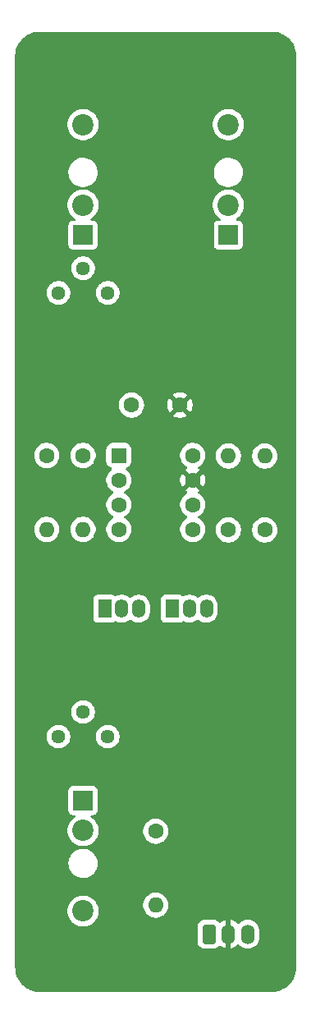
<source format=gbr>
%TF.GenerationSoftware,KiCad,Pcbnew,9.0.1*%
%TF.CreationDate,2025-05-31T19:51:22+10:00*%
%TF.ProjectId,VCA,5643412e-6b69-4636-9164-5f7063625858,rev?*%
%TF.SameCoordinates,Original*%
%TF.FileFunction,Copper,L2,Inr*%
%TF.FilePolarity,Positive*%
%FSLAX46Y46*%
G04 Gerber Fmt 4.6, Leading zero omitted, Abs format (unit mm)*
G04 Created by KiCad (PCBNEW 9.0.1) date 2025-05-31 19:51:22*
%MOMM*%
%LPD*%
G01*
G04 APERTURE LIST*
G04 Aperture macros list*
%AMRoundRect*
0 Rectangle with rounded corners*
0 $1 Rounding radius*
0 $2 $3 $4 $5 $6 $7 $8 $9 X,Y pos of 4 corners*
0 Add a 4 corners polygon primitive as box body*
4,1,4,$2,$3,$4,$5,$6,$7,$8,$9,$2,$3,0*
0 Add four circle primitives for the rounded corners*
1,1,$1+$1,$2,$3*
1,1,$1+$1,$4,$5*
1,1,$1+$1,$6,$7*
1,1,$1+$1,$8,$9*
0 Add four rect primitives between the rounded corners*
20,1,$1+$1,$2,$3,$4,$5,0*
20,1,$1+$1,$4,$5,$6,$7,0*
20,1,$1+$1,$6,$7,$8,$9,0*
20,1,$1+$1,$8,$9,$2,$3,0*%
G04 Aperture macros list end*
%TA.AperFunction,ComponentPad*%
%ADD10O,1.350000X1.900000*%
%TD*%
%TA.AperFunction,ComponentPad*%
%ADD11R,1.350000X1.900000*%
%TD*%
%TA.AperFunction,ComponentPad*%
%ADD12RoundRect,0.250000X-0.550000X-0.550000X0.550000X-0.550000X0.550000X0.550000X-0.550000X0.550000X0*%
%TD*%
%TA.AperFunction,ComponentPad*%
%ADD13C,1.600000*%
%TD*%
%TA.AperFunction,ComponentPad*%
%ADD14R,2.000000X2.000000*%
%TD*%
%TA.AperFunction,ComponentPad*%
%ADD15C,2.200000*%
%TD*%
%TA.AperFunction,ComponentPad*%
%ADD16RoundRect,0.291666X-0.408334X-0.708334X0.408334X-0.708334X0.408334X0.708334X-0.408334X0.708334X0*%
%TD*%
%TA.AperFunction,ComponentPad*%
%ADD17O,1.400000X2.000000*%
%TD*%
%TA.AperFunction,ComponentPad*%
%ADD18C,1.440000*%
%TD*%
%TA.AperFunction,ComponentPad*%
%ADD19O,1.600000X1.600000*%
%TD*%
G04 APERTURE END LIST*
D10*
%TO.N,Net-(Q1-D)*%
%TO.C,Q1*%
X128230000Y-110000000D03*
%TO.N,Net-(Q1-G)*%
X126500000Y-110000000D03*
D11*
%TO.N,GND*%
X124730000Y-110000000D03*
%TD*%
D12*
%TO.N,unconnected-(U1-NC-Pad1)*%
%TO.C,U1*%
X126195000Y-94190001D03*
D13*
%TO.N,Net-(Q1-D)*%
X126195000Y-96730001D03*
%TO.N,Net-(Q2-D)*%
X126195000Y-99270001D03*
%TO.N,VSS*%
X126195000Y-101810001D03*
%TO.N,unconnected-(U1-NC-Pad5)*%
X133815000Y-101810001D03*
%TO.N,Net-(J3-PadT)*%
X133815000Y-99270001D03*
%TO.N,VDD*%
X133815000Y-96730001D03*
%TO.N,unconnected-(U1-NC-Pad8)*%
X133815000Y-94190001D03*
%TD*%
D14*
%TO.N,GND*%
%TO.C,J1*%
X122500000Y-71480000D03*
D15*
X122500000Y-68380000D03*
%TO.N,Net-(J1-PadT)*%
X122500000Y-60080000D03*
%TD*%
D16*
%TO.N,GND*%
%TO.C,J4*%
X135500000Y-143550000D03*
D17*
%TO.N,VDD*%
X137500000Y-143550000D03*
%TO.N,VSS*%
X139500000Y-143550000D03*
%TD*%
D13*
%TO.N,VDD*%
%TO.C,C1*%
X132500000Y-89000001D03*
%TO.N,VSS*%
X127500000Y-89000001D03*
%TD*%
D14*
%TO.N,GND*%
%TO.C,J2*%
X122500000Y-129770000D03*
D15*
X122500000Y-132870000D03*
%TO.N,Net-(J2-PadT)*%
X122500000Y-141170000D03*
%TD*%
D18*
%TO.N,Net-(J1-PadT)*%
%TO.C,RV1*%
X125040000Y-77430000D03*
%TO.N,Net-(R2-Pad1)*%
X122500000Y-74890000D03*
%TO.N,unconnected-(RV1-Pad3)*%
X119960000Y-77430000D03*
%TD*%
D10*
%TO.N,Net-(Q2-D)*%
%TO.C,Q2*%
X135230000Y-110000001D03*
%TO.N,GND*%
X133500000Y-110000001D03*
D11*
X131730000Y-110000001D03*
%TD*%
D13*
%TO.N,Net-(J2-PadT)*%
%TO.C,R5*%
X130000000Y-132940000D03*
D19*
%TO.N,Net-(R5-Pad2)*%
X130000000Y-140560000D03*
%TD*%
D13*
%TO.N,Net-(Q1-D)*%
%TO.C,R3*%
X137500000Y-101870000D03*
D19*
%TO.N,Net-(J3-PadT)*%
X137500000Y-94250000D03*
%TD*%
D18*
%TO.N,Net-(R5-Pad2)*%
%TO.C,RV2*%
X125040000Y-123180000D03*
%TO.N,Net-(Q1-G)*%
X122500000Y-120640000D03*
%TO.N,GND*%
X119960000Y-123180000D03*
%TD*%
D13*
%TO.N,Net-(R2-Pad1)*%
%TO.C,R2*%
X122500000Y-94190000D03*
D19*
%TO.N,Net-(Q2-D)*%
X122500000Y-101810000D03*
%TD*%
D14*
%TO.N,GND*%
%TO.C,J3*%
X137500000Y-71480000D03*
D15*
X137500000Y-68380000D03*
%TO.N,Net-(J3-PadT)*%
X137500000Y-60080000D03*
%TD*%
D13*
%TO.N,Net-(J1-PadT)*%
%TO.C,R1*%
X118750000Y-94190000D03*
D19*
%TO.N,Net-(Q1-D)*%
X118750000Y-101810000D03*
%TD*%
D13*
%TO.N,Net-(Q2-D)*%
%TO.C,R4*%
X141250000Y-101870000D03*
D19*
%TO.N,GND*%
X141250000Y-94250000D03*
%TD*%
%TA.AperFunction,Conductor*%
%TO.N,VDD*%
G36*
X142003736Y-50500726D02*
G01*
X142293796Y-50518271D01*
X142308657Y-50520075D01*
X142590798Y-50571780D01*
X142605335Y-50575363D01*
X142879172Y-50660695D01*
X142893163Y-50666000D01*
X143154743Y-50783727D01*
X143167989Y-50790680D01*
X143413465Y-50939075D01*
X143425776Y-50947573D01*
X143651573Y-51124473D01*
X143662781Y-51134403D01*
X143865596Y-51337218D01*
X143875525Y-51348425D01*
X143995481Y-51501538D01*
X144052422Y-51574217D01*
X144060928Y-51586540D01*
X144209316Y-51832004D01*
X144216275Y-51845263D01*
X144333997Y-52106831D01*
X144339306Y-52120832D01*
X144424635Y-52394663D01*
X144428219Y-52409201D01*
X144479923Y-52691340D01*
X144481728Y-52706205D01*
X144499273Y-52996261D01*
X144499499Y-53003748D01*
X144499499Y-146996249D01*
X144499273Y-147003736D01*
X144481727Y-147293794D01*
X144479922Y-147308659D01*
X144428218Y-147590797D01*
X144424634Y-147605335D01*
X144339303Y-147879174D01*
X144333993Y-147893176D01*
X144216276Y-148154730D01*
X144209318Y-148167987D01*
X144060927Y-148413458D01*
X144052421Y-148425782D01*
X143875525Y-148651573D01*
X143865595Y-148662781D01*
X143662780Y-148865595D01*
X143651572Y-148875525D01*
X143425781Y-149052422D01*
X143413458Y-149060928D01*
X143167995Y-149209315D01*
X143154736Y-149216274D01*
X142893167Y-149333996D01*
X142879166Y-149339305D01*
X142605335Y-149424634D01*
X142590797Y-149428218D01*
X142308659Y-149479922D01*
X142293794Y-149481727D01*
X142100701Y-149493407D01*
X142003711Y-149499274D01*
X141996239Y-149499500D01*
X118073502Y-149499500D01*
X118065895Y-149499499D01*
X118065892Y-149499499D01*
X118003749Y-149499499D01*
X118003748Y-149499498D01*
X117996264Y-149499273D01*
X117706205Y-149481727D01*
X117691340Y-149479922D01*
X117409202Y-149428218D01*
X117394664Y-149424634D01*
X117120825Y-149339303D01*
X117106827Y-149333994D01*
X116954096Y-149265255D01*
X116845269Y-149216276D01*
X116832012Y-149209318D01*
X116586541Y-149060927D01*
X116574219Y-149052422D01*
X116348426Y-148875525D01*
X116337218Y-148865595D01*
X116134404Y-148662780D01*
X116124474Y-148651572D01*
X115947573Y-148425775D01*
X115939075Y-148413464D01*
X115790683Y-148167994D01*
X115783725Y-148154736D01*
X115666003Y-147893167D01*
X115660694Y-147879166D01*
X115652097Y-147851578D01*
X115575364Y-147605334D01*
X115571781Y-147590797D01*
X115520077Y-147308659D01*
X115518272Y-147293794D01*
X115504487Y-147065894D01*
X115500725Y-147003712D01*
X115500500Y-146996238D01*
X115500500Y-142797176D01*
X134299500Y-142797176D01*
X134299500Y-144302818D01*
X134299501Y-144302822D01*
X134314474Y-144435720D01*
X134373433Y-144604218D01*
X134468406Y-144755365D01*
X134468407Y-144755366D01*
X134594634Y-144881593D01*
X134745783Y-144976567D01*
X134830030Y-145006046D01*
X134914279Y-145035526D01*
X134999271Y-145045101D01*
X135047183Y-145050500D01*
X135952816Y-145050499D01*
X135952818Y-145050499D01*
X135952819Y-145050498D01*
X136085723Y-145035525D01*
X136254217Y-144976567D01*
X136405366Y-144881593D01*
X136531593Y-144755366D01*
X136531593Y-144755365D01*
X136532270Y-144754689D01*
X136593593Y-144721204D01*
X136663285Y-144726188D01*
X136707632Y-144754689D01*
X136718253Y-144765310D01*
X136718258Y-144765314D01*
X136871059Y-144876329D01*
X137039362Y-144962085D01*
X137218997Y-145020451D01*
X137250000Y-145025362D01*
X137250000Y-143830330D01*
X137269745Y-143850075D01*
X137355255Y-143899444D01*
X137450630Y-143925000D01*
X137549370Y-143925000D01*
X137644745Y-143899444D01*
X137730255Y-143850075D01*
X137750000Y-143830330D01*
X137750000Y-145025361D01*
X137781002Y-145020451D01*
X137960637Y-144962085D01*
X138128940Y-144876329D01*
X138281741Y-144765314D01*
X138281746Y-144765310D01*
X138411966Y-144635091D01*
X138473289Y-144601606D01*
X138542981Y-144606590D01*
X138587328Y-144635091D01*
X138717927Y-144765690D01*
X138870801Y-144876760D01*
X138950347Y-144917290D01*
X139039163Y-144962545D01*
X139039165Y-144962545D01*
X139039168Y-144962547D01*
X139082314Y-144976566D01*
X139218881Y-145020940D01*
X139405514Y-145050500D01*
X139405519Y-145050500D01*
X139594486Y-145050500D01*
X139781118Y-145020940D01*
X139782623Y-145020451D01*
X139960832Y-144962547D01*
X140129199Y-144876760D01*
X140282073Y-144765690D01*
X140415690Y-144632073D01*
X140526760Y-144479199D01*
X140612547Y-144310832D01*
X140670940Y-144131118D01*
X140700500Y-143944486D01*
X140700500Y-143155513D01*
X140670940Y-142968881D01*
X140643846Y-142885497D01*
X140612547Y-142789168D01*
X140612545Y-142789165D01*
X140612545Y-142789163D01*
X140567290Y-142700347D01*
X140526760Y-142620801D01*
X140415690Y-142467927D01*
X140282073Y-142334310D01*
X140129199Y-142223240D01*
X140108413Y-142212649D01*
X139960836Y-142137454D01*
X139781118Y-142079059D01*
X139594486Y-142049500D01*
X139594481Y-142049500D01*
X139405519Y-142049500D01*
X139405514Y-142049500D01*
X139218881Y-142079059D01*
X139039163Y-142137454D01*
X138870800Y-142223240D01*
X138783579Y-142286610D01*
X138717927Y-142334310D01*
X138717925Y-142334312D01*
X138717924Y-142334312D01*
X138587328Y-142464909D01*
X138526005Y-142498394D01*
X138456313Y-142493410D01*
X138411966Y-142464909D01*
X138281746Y-142334689D01*
X138281741Y-142334685D01*
X138128940Y-142223670D01*
X137960635Y-142137913D01*
X137781004Y-142079549D01*
X137780995Y-142079547D01*
X137750000Y-142074637D01*
X137750000Y-143269670D01*
X137730255Y-143249925D01*
X137644745Y-143200556D01*
X137549370Y-143175000D01*
X137450630Y-143175000D01*
X137355255Y-143200556D01*
X137269745Y-143249925D01*
X137250000Y-143269670D01*
X137250000Y-142074637D01*
X137249999Y-142074637D01*
X137219004Y-142079547D01*
X137218995Y-142079549D01*
X137039364Y-142137913D01*
X136871059Y-142223670D01*
X136718255Y-142334687D01*
X136718247Y-142334694D01*
X136707628Y-142345313D01*
X136646304Y-142378796D01*
X136576612Y-142373809D01*
X136532269Y-142345310D01*
X136405365Y-142218406D01*
X136254218Y-142123433D01*
X136085720Y-142064473D01*
X135952821Y-142049500D01*
X135047181Y-142049500D01*
X135047177Y-142049501D01*
X134914279Y-142064474D01*
X134745781Y-142123433D01*
X134594634Y-142218406D01*
X134468406Y-142344634D01*
X134373433Y-142495781D01*
X134314473Y-142664279D01*
X134299500Y-142797176D01*
X115500500Y-142797176D01*
X115500500Y-141044038D01*
X120899500Y-141044038D01*
X120899500Y-141295961D01*
X120938910Y-141544785D01*
X121016760Y-141784383D01*
X121131132Y-142008848D01*
X121279201Y-142212649D01*
X121279205Y-142212654D01*
X121457345Y-142390794D01*
X121457350Y-142390798D01*
X121601848Y-142495781D01*
X121661155Y-142538870D01*
X121804184Y-142611747D01*
X121885616Y-142653239D01*
X121885618Y-142653239D01*
X121885621Y-142653241D01*
X122125215Y-142731090D01*
X122374038Y-142770500D01*
X122374039Y-142770500D01*
X122625961Y-142770500D01*
X122625962Y-142770500D01*
X122874785Y-142731090D01*
X123114379Y-142653241D01*
X123338845Y-142538870D01*
X123542656Y-142390793D01*
X123720793Y-142212656D01*
X123868870Y-142008845D01*
X123983241Y-141784379D01*
X124061090Y-141544785D01*
X124100500Y-141295962D01*
X124100500Y-141044038D01*
X124061090Y-140795215D01*
X123983241Y-140555621D01*
X123983239Y-140555618D01*
X123983238Y-140555613D01*
X123959524Y-140509072D01*
X123959523Y-140509071D01*
X123933321Y-140457648D01*
X128699500Y-140457648D01*
X128699500Y-140662351D01*
X128731522Y-140864534D01*
X128794781Y-141059223D01*
X128887715Y-141241613D01*
X129008028Y-141407213D01*
X129152786Y-141551971D01*
X129307749Y-141664556D01*
X129318390Y-141672287D01*
X129434607Y-141731503D01*
X129500776Y-141765218D01*
X129500778Y-141765218D01*
X129500781Y-141765220D01*
X129559759Y-141784383D01*
X129695465Y-141828477D01*
X129796557Y-141844488D01*
X129897648Y-141860500D01*
X129897649Y-141860500D01*
X130102351Y-141860500D01*
X130102352Y-141860500D01*
X130304534Y-141828477D01*
X130499219Y-141765220D01*
X130681610Y-141672287D01*
X130774590Y-141604732D01*
X130847213Y-141551971D01*
X130847215Y-141551968D01*
X130847219Y-141551966D01*
X130991966Y-141407219D01*
X130991968Y-141407215D01*
X130991971Y-141407213D01*
X131072799Y-141295961D01*
X131112287Y-141241610D01*
X131205220Y-141059219D01*
X131268477Y-140864534D01*
X131300500Y-140662352D01*
X131300500Y-140457648D01*
X131268477Y-140255466D01*
X131205220Y-140060781D01*
X131205218Y-140060778D01*
X131205218Y-140060776D01*
X131148367Y-139949201D01*
X131112287Y-139878390D01*
X131104556Y-139867749D01*
X130991971Y-139712786D01*
X130847213Y-139568028D01*
X130681613Y-139447715D01*
X130681612Y-139447714D01*
X130681610Y-139447713D01*
X130624653Y-139418691D01*
X130499223Y-139354781D01*
X130304534Y-139291522D01*
X130129995Y-139263878D01*
X130102352Y-139259500D01*
X129897648Y-139259500D01*
X129873329Y-139263351D01*
X129695465Y-139291522D01*
X129500776Y-139354781D01*
X129318386Y-139447715D01*
X129152786Y-139568028D01*
X129008028Y-139712786D01*
X128887715Y-139878386D01*
X128794781Y-140060776D01*
X128731522Y-140255465D01*
X128699500Y-140457648D01*
X123933321Y-140457648D01*
X123868870Y-140331155D01*
X123813878Y-140255465D01*
X123720798Y-140127350D01*
X123720794Y-140127345D01*
X123542654Y-139949205D01*
X123542649Y-139949201D01*
X123338848Y-139801132D01*
X123338847Y-139801131D01*
X123338845Y-139801130D01*
X123268747Y-139765413D01*
X123114383Y-139686760D01*
X122874785Y-139608910D01*
X122625962Y-139569500D01*
X122374038Y-139569500D01*
X122249626Y-139589205D01*
X122125214Y-139608910D01*
X121885616Y-139686760D01*
X121661151Y-139801132D01*
X121457350Y-139949201D01*
X121457345Y-139949205D01*
X121279205Y-140127345D01*
X121279201Y-140127350D01*
X121131132Y-140331151D01*
X121016760Y-140555616D01*
X120938910Y-140795214D01*
X120899500Y-141044038D01*
X115500500Y-141044038D01*
X115500500Y-136213225D01*
X120995307Y-136213225D01*
X121009507Y-136459474D01*
X121009507Y-136459479D01*
X121063731Y-136700092D01*
X121156533Y-136928636D01*
X121285412Y-137138947D01*
X121360393Y-137225507D01*
X121446908Y-137325382D01*
X121636687Y-137482939D01*
X121636690Y-137482941D01*
X121636696Y-137482945D01*
X121849650Y-137607385D01*
X122080072Y-137695375D01*
X122080075Y-137695375D01*
X122080079Y-137695377D01*
X122321785Y-137744553D01*
X122568278Y-137753592D01*
X122812936Y-137722250D01*
X123049191Y-137651370D01*
X123270697Y-137542856D01*
X123471505Y-137399621D01*
X123646223Y-137225512D01*
X123790158Y-137025205D01*
X123899445Y-136804079D01*
X123971149Y-136568074D01*
X124003344Y-136323526D01*
X124005141Y-136250000D01*
X123984930Y-136004171D01*
X123924841Y-135764945D01*
X123826486Y-135538744D01*
X123692508Y-135331645D01*
X123526504Y-135149210D01*
X123332932Y-134996336D01*
X123116991Y-134877130D01*
X123116982Y-134877126D01*
X122884491Y-134794796D01*
X122884471Y-134794791D01*
X122641644Y-134751538D01*
X122641652Y-134751538D01*
X122400496Y-134748592D01*
X122395007Y-134748525D01*
X122395006Y-134748525D01*
X122395005Y-134748525D01*
X122395004Y-134748525D01*
X122151190Y-134785834D01*
X122151180Y-134785837D01*
X121916732Y-134862466D01*
X121697951Y-134976356D01*
X121697948Y-134976358D01*
X121500698Y-135124456D01*
X121330289Y-135302779D01*
X121330279Y-135302792D01*
X121191287Y-135506547D01*
X121191285Y-135506552D01*
X121087439Y-135730268D01*
X121087436Y-135730276D01*
X121021520Y-135967960D01*
X121021519Y-135967967D01*
X120995307Y-136213225D01*
X115500500Y-136213225D01*
X115500500Y-132744038D01*
X120899500Y-132744038D01*
X120899500Y-132995961D01*
X120938910Y-133244785D01*
X121016760Y-133484383D01*
X121131132Y-133708848D01*
X121279201Y-133912649D01*
X121279205Y-133912654D01*
X121457345Y-134090794D01*
X121457350Y-134090798D01*
X121635117Y-134219952D01*
X121661155Y-134238870D01*
X121804184Y-134311747D01*
X121885616Y-134353239D01*
X121885618Y-134353239D01*
X121885621Y-134353241D01*
X122125215Y-134431090D01*
X122374038Y-134470500D01*
X122374039Y-134470500D01*
X122625961Y-134470500D01*
X122625962Y-134470500D01*
X122874785Y-134431090D01*
X123114379Y-134353241D01*
X123338845Y-134238870D01*
X123542656Y-134090793D01*
X123720793Y-133912656D01*
X123868870Y-133708845D01*
X123983241Y-133484379D01*
X124061090Y-133244785D01*
X124100500Y-132995962D01*
X124100500Y-132837648D01*
X128699500Y-132837648D01*
X128699500Y-133042351D01*
X128731522Y-133244534D01*
X128794781Y-133439223D01*
X128887715Y-133621613D01*
X129008028Y-133787213D01*
X129152786Y-133931971D01*
X129307749Y-134044556D01*
X129318390Y-134052287D01*
X129434607Y-134111503D01*
X129500776Y-134145218D01*
X129500778Y-134145218D01*
X129500781Y-134145220D01*
X129605137Y-134179127D01*
X129695465Y-134208477D01*
X129796557Y-134224488D01*
X129897648Y-134240500D01*
X129897649Y-134240500D01*
X130102351Y-134240500D01*
X130102352Y-134240500D01*
X130304534Y-134208477D01*
X130499219Y-134145220D01*
X130681610Y-134052287D01*
X130774590Y-133984732D01*
X130847213Y-133931971D01*
X130847215Y-133931968D01*
X130847219Y-133931966D01*
X130991966Y-133787219D01*
X130991968Y-133787215D01*
X130991971Y-133787213D01*
X131048908Y-133708845D01*
X131112287Y-133621610D01*
X131205220Y-133439219D01*
X131268477Y-133244534D01*
X131300500Y-133042352D01*
X131300500Y-132837648D01*
X131268477Y-132635466D01*
X131205220Y-132440781D01*
X131205218Y-132440778D01*
X131205218Y-132440776D01*
X131171503Y-132374607D01*
X131112287Y-132258390D01*
X131104556Y-132247749D01*
X130991971Y-132092786D01*
X130847213Y-131948028D01*
X130681613Y-131827715D01*
X130681612Y-131827714D01*
X130681610Y-131827713D01*
X130624653Y-131798691D01*
X130499223Y-131734781D01*
X130304534Y-131671522D01*
X130129995Y-131643878D01*
X130102352Y-131639500D01*
X129897648Y-131639500D01*
X129873329Y-131643351D01*
X129695465Y-131671522D01*
X129500776Y-131734781D01*
X129318386Y-131827715D01*
X129152786Y-131948028D01*
X129008028Y-132092786D01*
X128887715Y-132258386D01*
X128794781Y-132440776D01*
X128731522Y-132635465D01*
X128699500Y-132837648D01*
X124100500Y-132837648D01*
X124100500Y-132744038D01*
X124061090Y-132495215D01*
X123983241Y-132255621D01*
X123983239Y-132255618D01*
X123983239Y-132255616D01*
X123941747Y-132174184D01*
X123868870Y-132031155D01*
X123721063Y-131827715D01*
X123720798Y-131827350D01*
X123720794Y-131827345D01*
X123542654Y-131649205D01*
X123542649Y-131649201D01*
X123338847Y-131501130D01*
X123337369Y-131500225D01*
X123336925Y-131499734D01*
X123334904Y-131498266D01*
X123335212Y-131497841D01*
X123290495Y-131448412D01*
X123279074Y-131379482D01*
X123306732Y-131315320D01*
X123364688Y-131276297D01*
X123402161Y-131270499D01*
X123547871Y-131270499D01*
X123547872Y-131270499D01*
X123607483Y-131264091D01*
X123742331Y-131213796D01*
X123857546Y-131127546D01*
X123943796Y-131012331D01*
X123994091Y-130877483D01*
X124000500Y-130817873D01*
X124000499Y-128722128D01*
X123994091Y-128662517D01*
X123943796Y-128527669D01*
X123943795Y-128527668D01*
X123943793Y-128527664D01*
X123857547Y-128412455D01*
X123857544Y-128412452D01*
X123742335Y-128326206D01*
X123742328Y-128326202D01*
X123607482Y-128275908D01*
X123607483Y-128275908D01*
X123547883Y-128269501D01*
X123547881Y-128269500D01*
X123547873Y-128269500D01*
X123547864Y-128269500D01*
X121452129Y-128269500D01*
X121452123Y-128269501D01*
X121392516Y-128275908D01*
X121257671Y-128326202D01*
X121257664Y-128326206D01*
X121142455Y-128412452D01*
X121142452Y-128412455D01*
X121056206Y-128527664D01*
X121056202Y-128527671D01*
X121005908Y-128662517D01*
X120999501Y-128722116D01*
X120999501Y-128722123D01*
X120999500Y-128722135D01*
X120999500Y-130817870D01*
X120999501Y-130817876D01*
X121005908Y-130877483D01*
X121056202Y-131012328D01*
X121056206Y-131012335D01*
X121142452Y-131127544D01*
X121142455Y-131127547D01*
X121257664Y-131213793D01*
X121257671Y-131213797D01*
X121392517Y-131264091D01*
X121392516Y-131264091D01*
X121399444Y-131264835D01*
X121452127Y-131270500D01*
X121597839Y-131270499D01*
X121664877Y-131290183D01*
X121710632Y-131342987D01*
X121720576Y-131412145D01*
X121691551Y-131475701D01*
X121665037Y-131498185D01*
X121665096Y-131498266D01*
X121664022Y-131499046D01*
X121662638Y-131500220D01*
X121661157Y-131501127D01*
X121457350Y-131649201D01*
X121457345Y-131649205D01*
X121279205Y-131827345D01*
X121279201Y-131827350D01*
X121131132Y-132031151D01*
X121016760Y-132255616D01*
X120938910Y-132495214D01*
X120899500Y-132744038D01*
X115500500Y-132744038D01*
X115500500Y-123083945D01*
X118739500Y-123083945D01*
X118739500Y-123276054D01*
X118769553Y-123465802D01*
X118828916Y-123648506D01*
X118828918Y-123648509D01*
X118916135Y-123819681D01*
X119029055Y-123975102D01*
X119164898Y-124110945D01*
X119320319Y-124223865D01*
X119491491Y-124311082D01*
X119491493Y-124311083D01*
X119582845Y-124340764D01*
X119674199Y-124370447D01*
X119863945Y-124400500D01*
X119863946Y-124400500D01*
X120056054Y-124400500D01*
X120056055Y-124400500D01*
X120245801Y-124370447D01*
X120428509Y-124311082D01*
X120599681Y-124223865D01*
X120755102Y-124110945D01*
X120890945Y-123975102D01*
X121003865Y-123819681D01*
X121091082Y-123648509D01*
X121150447Y-123465801D01*
X121180500Y-123276055D01*
X121180500Y-123083945D01*
X123819500Y-123083945D01*
X123819500Y-123276054D01*
X123849553Y-123465802D01*
X123908916Y-123648506D01*
X123908918Y-123648509D01*
X123996135Y-123819681D01*
X124109055Y-123975102D01*
X124244898Y-124110945D01*
X124400319Y-124223865D01*
X124571491Y-124311082D01*
X124571493Y-124311083D01*
X124662845Y-124340764D01*
X124754199Y-124370447D01*
X124943945Y-124400500D01*
X124943946Y-124400500D01*
X125136054Y-124400500D01*
X125136055Y-124400500D01*
X125325801Y-124370447D01*
X125508509Y-124311082D01*
X125679681Y-124223865D01*
X125835102Y-124110945D01*
X125970945Y-123975102D01*
X126083865Y-123819681D01*
X126171082Y-123648509D01*
X126230447Y-123465801D01*
X126260500Y-123276055D01*
X126260500Y-123083945D01*
X126230447Y-122894199D01*
X126171082Y-122711491D01*
X126083865Y-122540319D01*
X125970945Y-122384898D01*
X125835102Y-122249055D01*
X125679681Y-122136135D01*
X125508506Y-122048916D01*
X125325802Y-121989553D01*
X125230928Y-121974526D01*
X125136055Y-121959500D01*
X124943945Y-121959500D01*
X124880696Y-121969517D01*
X124754197Y-121989553D01*
X124571493Y-122048916D01*
X124400318Y-122136135D01*
X124311645Y-122200560D01*
X124244898Y-122249055D01*
X124244896Y-122249057D01*
X124244895Y-122249057D01*
X124109057Y-122384895D01*
X124109057Y-122384896D01*
X124109055Y-122384898D01*
X124060560Y-122451645D01*
X123996135Y-122540318D01*
X123908916Y-122711493D01*
X123849553Y-122894197D01*
X123819500Y-123083945D01*
X121180500Y-123083945D01*
X121150447Y-122894199D01*
X121091082Y-122711491D01*
X121003865Y-122540319D01*
X120890945Y-122384898D01*
X120755102Y-122249055D01*
X120599681Y-122136135D01*
X120428506Y-122048916D01*
X120245802Y-121989553D01*
X120150928Y-121974526D01*
X120056055Y-121959500D01*
X119863945Y-121959500D01*
X119800696Y-121969517D01*
X119674197Y-121989553D01*
X119491493Y-122048916D01*
X119320318Y-122136135D01*
X119231645Y-122200560D01*
X119164898Y-122249055D01*
X119164896Y-122249057D01*
X119164895Y-122249057D01*
X119029057Y-122384895D01*
X119029057Y-122384896D01*
X119029055Y-122384898D01*
X118980560Y-122451645D01*
X118916135Y-122540318D01*
X118828916Y-122711493D01*
X118769553Y-122894197D01*
X118739500Y-123083945D01*
X115500500Y-123083945D01*
X115500500Y-120543945D01*
X121279500Y-120543945D01*
X121279500Y-120736054D01*
X121309553Y-120925802D01*
X121368916Y-121108506D01*
X121368918Y-121108509D01*
X121456135Y-121279681D01*
X121569055Y-121435102D01*
X121704898Y-121570945D01*
X121860319Y-121683865D01*
X122031491Y-121771082D01*
X122031493Y-121771083D01*
X122122845Y-121800764D01*
X122214199Y-121830447D01*
X122403945Y-121860500D01*
X122403946Y-121860500D01*
X122596054Y-121860500D01*
X122596055Y-121860500D01*
X122785801Y-121830447D01*
X122968509Y-121771082D01*
X123139681Y-121683865D01*
X123295102Y-121570945D01*
X123430945Y-121435102D01*
X123543865Y-121279681D01*
X123631082Y-121108509D01*
X123690447Y-120925801D01*
X123720500Y-120736055D01*
X123720500Y-120543945D01*
X123690447Y-120354199D01*
X123631082Y-120171491D01*
X123543865Y-120000319D01*
X123430945Y-119844898D01*
X123295102Y-119709055D01*
X123139681Y-119596135D01*
X122968506Y-119508916D01*
X122785802Y-119449553D01*
X122690928Y-119434526D01*
X122596055Y-119419500D01*
X122403945Y-119419500D01*
X122340696Y-119429517D01*
X122214197Y-119449553D01*
X122031493Y-119508916D01*
X121860318Y-119596135D01*
X121771645Y-119660560D01*
X121704898Y-119709055D01*
X121704896Y-119709057D01*
X121704895Y-119709057D01*
X121569057Y-119844895D01*
X121569057Y-119844896D01*
X121569055Y-119844898D01*
X121520560Y-119911645D01*
X121456135Y-120000318D01*
X121368916Y-120171493D01*
X121309553Y-120354197D01*
X121279500Y-120543945D01*
X115500500Y-120543945D01*
X115500500Y-109002135D01*
X123554500Y-109002135D01*
X123554500Y-110997870D01*
X123554501Y-110997876D01*
X123560908Y-111057483D01*
X123611202Y-111192328D01*
X123611206Y-111192335D01*
X123697452Y-111307544D01*
X123697455Y-111307547D01*
X123812664Y-111393793D01*
X123812671Y-111393797D01*
X123947517Y-111444091D01*
X123947516Y-111444091D01*
X123954444Y-111444835D01*
X124007127Y-111450500D01*
X125452872Y-111450499D01*
X125512483Y-111444091D01*
X125647331Y-111393796D01*
X125762546Y-111307546D01*
X125762546Y-111307545D01*
X125769646Y-111302231D01*
X125771557Y-111304784D01*
X125819086Y-111278812D01*
X125888780Y-111283774D01*
X125901767Y-111289480D01*
X126048765Y-111364379D01*
X126048767Y-111364380D01*
X126136750Y-111392967D01*
X126224736Y-111421555D01*
X126407486Y-111450500D01*
X126407487Y-111450500D01*
X126592513Y-111450500D01*
X126592514Y-111450500D01*
X126775264Y-111421555D01*
X126951235Y-111364379D01*
X127116096Y-111280378D01*
X127265787Y-111171621D01*
X127277319Y-111160089D01*
X127338642Y-111126604D01*
X127408334Y-111131588D01*
X127452681Y-111160089D01*
X127464213Y-111171621D01*
X127613904Y-111280378D01*
X127667222Y-111307545D01*
X127778764Y-111364379D01*
X127778767Y-111364380D01*
X127866750Y-111392967D01*
X127954736Y-111421555D01*
X128137486Y-111450500D01*
X128137487Y-111450500D01*
X128322513Y-111450500D01*
X128322514Y-111450500D01*
X128505264Y-111421555D01*
X128681235Y-111364379D01*
X128846096Y-111280378D01*
X128995787Y-111171621D01*
X129126621Y-111040787D01*
X129235378Y-110891096D01*
X129319379Y-110726235D01*
X129376555Y-110550264D01*
X129405500Y-110367514D01*
X129405500Y-109632486D01*
X129376555Y-109449736D01*
X129319379Y-109273766D01*
X129319379Y-109273764D01*
X129274881Y-109186433D01*
X129235378Y-109108904D01*
X129235376Y-109108901D01*
X129235375Y-109108899D01*
X129208343Y-109071693D01*
X129208342Y-109071692D01*
X129157806Y-109002136D01*
X130554500Y-109002136D01*
X130554500Y-110997871D01*
X130554501Y-110997877D01*
X130560908Y-111057484D01*
X130611202Y-111192329D01*
X130611206Y-111192336D01*
X130697452Y-111307545D01*
X130697455Y-111307548D01*
X130812664Y-111393794D01*
X130812671Y-111393798D01*
X130947517Y-111444092D01*
X130947516Y-111444092D01*
X130954444Y-111444836D01*
X131007127Y-111450501D01*
X132452872Y-111450500D01*
X132512483Y-111444092D01*
X132647331Y-111393797D01*
X132762546Y-111307547D01*
X132762546Y-111307546D01*
X132769646Y-111302232D01*
X132771557Y-111304785D01*
X132819086Y-111278813D01*
X132888780Y-111283775D01*
X132901767Y-111289481D01*
X133048763Y-111364379D01*
X133048765Y-111364380D01*
X133048767Y-111364381D01*
X133136750Y-111392968D01*
X133224736Y-111421556D01*
X133407486Y-111450501D01*
X133407487Y-111450501D01*
X133592513Y-111450501D01*
X133592514Y-111450501D01*
X133775264Y-111421556D01*
X133951235Y-111364380D01*
X134116096Y-111280379D01*
X134265787Y-111171622D01*
X134277319Y-111160090D01*
X134338642Y-111126605D01*
X134408334Y-111131589D01*
X134452681Y-111160090D01*
X134464213Y-111171622D01*
X134613904Y-111280379D01*
X134667222Y-111307546D01*
X134778764Y-111364380D01*
X134778767Y-111364381D01*
X134866750Y-111392968D01*
X134954736Y-111421556D01*
X135137486Y-111450501D01*
X135137487Y-111450501D01*
X135322513Y-111450501D01*
X135322514Y-111450501D01*
X135505264Y-111421556D01*
X135681235Y-111364380D01*
X135846096Y-111280379D01*
X135995787Y-111171622D01*
X136126621Y-111040788D01*
X136235378Y-110891097D01*
X136319379Y-110726236D01*
X136376555Y-110550265D01*
X136405500Y-110367515D01*
X136405500Y-109632487D01*
X136376555Y-109449737D01*
X136319379Y-109273767D01*
X136319379Y-109273765D01*
X136235377Y-109108904D01*
X136126621Y-108959214D01*
X135995787Y-108828380D01*
X135846096Y-108719623D01*
X135828219Y-108710514D01*
X135681235Y-108635621D01*
X135681232Y-108635620D01*
X135505265Y-108578446D01*
X135362972Y-108555909D01*
X135322514Y-108549501D01*
X135137486Y-108549501D01*
X135097034Y-108555908D01*
X134954734Y-108578446D01*
X134778767Y-108635620D01*
X134778764Y-108635621D01*
X134613903Y-108719623D01*
X134548472Y-108767162D01*
X134464213Y-108828380D01*
X134464211Y-108828382D01*
X134464210Y-108828382D01*
X134452681Y-108839912D01*
X134391358Y-108873397D01*
X134321666Y-108868413D01*
X134277319Y-108839912D01*
X134265789Y-108828382D01*
X134265788Y-108828381D01*
X134265787Y-108828380D01*
X134116096Y-108719623D01*
X134098219Y-108710514D01*
X133951235Y-108635621D01*
X133951232Y-108635620D01*
X133775265Y-108578446D01*
X133632972Y-108555909D01*
X133592514Y-108549501D01*
X133407486Y-108549501D01*
X133367034Y-108555908D01*
X133224734Y-108578446D01*
X133048767Y-108635620D01*
X133048764Y-108635621D01*
X132901779Y-108710515D01*
X132833110Y-108723411D01*
X132769713Y-108697680D01*
X132769646Y-108697770D01*
X132769305Y-108697515D01*
X132768369Y-108697135D01*
X132766129Y-108695137D01*
X132737710Y-108673862D01*
X132647331Y-108606205D01*
X132647329Y-108606204D01*
X132647328Y-108606203D01*
X132512482Y-108555909D01*
X132512483Y-108555909D01*
X132452883Y-108549502D01*
X132452881Y-108549501D01*
X132452873Y-108549501D01*
X132452864Y-108549501D01*
X131007129Y-108549501D01*
X131007123Y-108549502D01*
X130947516Y-108555909D01*
X130812671Y-108606203D01*
X130812664Y-108606207D01*
X130697455Y-108692453D01*
X130697452Y-108692456D01*
X130611206Y-108807665D01*
X130611202Y-108807672D01*
X130560908Y-108942518D01*
X130554501Y-109002117D01*
X130554500Y-109002136D01*
X129157806Y-109002136D01*
X129126623Y-108959216D01*
X129126621Y-108959213D01*
X128995787Y-108828379D01*
X128846096Y-108719622D01*
X128828221Y-108710514D01*
X128681235Y-108635620D01*
X128681232Y-108635619D01*
X128505265Y-108578445D01*
X128413889Y-108563972D01*
X128322514Y-108549500D01*
X128137486Y-108549500D01*
X128076569Y-108559148D01*
X127954734Y-108578445D01*
X127778767Y-108635619D01*
X127778764Y-108635620D01*
X127613903Y-108719622D01*
X127548472Y-108767161D01*
X127464213Y-108828379D01*
X127464211Y-108828381D01*
X127464210Y-108828381D01*
X127452681Y-108839911D01*
X127391358Y-108873396D01*
X127321666Y-108868412D01*
X127277319Y-108839911D01*
X127265789Y-108828381D01*
X127265788Y-108828380D01*
X127265787Y-108828379D01*
X127116096Y-108719622D01*
X127098221Y-108710514D01*
X126951235Y-108635620D01*
X126951232Y-108635619D01*
X126775265Y-108578445D01*
X126683889Y-108563972D01*
X126592514Y-108549500D01*
X126407486Y-108549500D01*
X126346569Y-108559148D01*
X126224734Y-108578445D01*
X126048767Y-108635619D01*
X126048764Y-108635620D01*
X125901779Y-108710514D01*
X125833110Y-108723410D01*
X125769713Y-108697679D01*
X125769646Y-108697769D01*
X125769305Y-108697514D01*
X125768369Y-108697134D01*
X125766129Y-108695136D01*
X125686628Y-108635622D01*
X125647331Y-108606204D01*
X125647329Y-108606203D01*
X125647328Y-108606202D01*
X125512482Y-108555908D01*
X125512483Y-108555908D01*
X125452883Y-108549501D01*
X125452881Y-108549500D01*
X125452873Y-108549500D01*
X125452864Y-108549500D01*
X124007129Y-108549500D01*
X124007123Y-108549501D01*
X123947516Y-108555908D01*
X123812671Y-108606202D01*
X123812664Y-108606206D01*
X123697455Y-108692452D01*
X123697452Y-108692455D01*
X123611206Y-108807664D01*
X123611202Y-108807671D01*
X123560908Y-108942517D01*
X123554501Y-109002116D01*
X123554500Y-109002135D01*
X115500500Y-109002135D01*
X115500500Y-101707648D01*
X117449500Y-101707648D01*
X117449500Y-101912351D01*
X117481522Y-102114534D01*
X117544781Y-102309223D01*
X117637715Y-102491613D01*
X117758028Y-102657213D01*
X117902786Y-102801971D01*
X117985371Y-102861971D01*
X118068390Y-102922287D01*
X118184607Y-102981503D01*
X118250776Y-103015218D01*
X118250778Y-103015218D01*
X118250781Y-103015220D01*
X118355137Y-103049127D01*
X118445465Y-103078477D01*
X118546557Y-103094488D01*
X118647648Y-103110500D01*
X118647649Y-103110500D01*
X118852351Y-103110500D01*
X118852352Y-103110500D01*
X119054534Y-103078477D01*
X119249219Y-103015220D01*
X119431610Y-102922287D01*
X119524590Y-102854732D01*
X119597213Y-102801971D01*
X119597215Y-102801968D01*
X119597219Y-102801966D01*
X119741966Y-102657219D01*
X119741970Y-102657214D01*
X119741971Y-102657213D01*
X119794732Y-102584590D01*
X119862287Y-102491610D01*
X119955220Y-102309219D01*
X120018477Y-102114534D01*
X120050500Y-101912352D01*
X120050500Y-101707648D01*
X121199500Y-101707648D01*
X121199500Y-101912351D01*
X121231522Y-102114534D01*
X121294781Y-102309223D01*
X121387715Y-102491613D01*
X121508028Y-102657213D01*
X121652786Y-102801971D01*
X121735371Y-102861971D01*
X121818390Y-102922287D01*
X121934607Y-102981503D01*
X122000776Y-103015218D01*
X122000778Y-103015218D01*
X122000781Y-103015220D01*
X122105137Y-103049127D01*
X122195465Y-103078477D01*
X122296557Y-103094488D01*
X122397648Y-103110500D01*
X122397649Y-103110500D01*
X122602351Y-103110500D01*
X122602352Y-103110500D01*
X122804534Y-103078477D01*
X122999219Y-103015220D01*
X123181610Y-102922287D01*
X123274590Y-102854732D01*
X123347213Y-102801971D01*
X123347215Y-102801968D01*
X123347219Y-102801966D01*
X123491966Y-102657219D01*
X123491970Y-102657214D01*
X123491971Y-102657213D01*
X123544732Y-102584590D01*
X123612287Y-102491610D01*
X123705220Y-102309219D01*
X123768477Y-102114534D01*
X123800500Y-101912352D01*
X123800500Y-101707648D01*
X123768477Y-101505466D01*
X123705220Y-101310781D01*
X123705218Y-101310777D01*
X123705218Y-101310776D01*
X123671503Y-101244607D01*
X123612287Y-101128390D01*
X123604556Y-101117749D01*
X123491971Y-100962786D01*
X123347213Y-100818028D01*
X123181613Y-100697715D01*
X123181612Y-100697714D01*
X123181610Y-100697713D01*
X123124653Y-100668691D01*
X122999223Y-100604781D01*
X122804534Y-100541522D01*
X122629995Y-100513878D01*
X122602352Y-100509500D01*
X122397648Y-100509500D01*
X122373329Y-100513351D01*
X122195465Y-100541522D01*
X122000776Y-100604781D01*
X121818386Y-100697715D01*
X121652786Y-100818028D01*
X121508028Y-100962786D01*
X121387715Y-101128386D01*
X121294781Y-101310776D01*
X121231522Y-101505465D01*
X121199500Y-101707648D01*
X120050500Y-101707648D01*
X120018477Y-101505466D01*
X119955220Y-101310781D01*
X119955218Y-101310777D01*
X119955218Y-101310776D01*
X119921503Y-101244607D01*
X119862287Y-101128390D01*
X119854556Y-101117749D01*
X119741971Y-100962786D01*
X119597213Y-100818028D01*
X119431613Y-100697715D01*
X119431612Y-100697714D01*
X119431610Y-100697713D01*
X119374653Y-100668691D01*
X119249223Y-100604781D01*
X119054534Y-100541522D01*
X118879995Y-100513878D01*
X118852352Y-100509500D01*
X118647648Y-100509500D01*
X118623329Y-100513351D01*
X118445465Y-100541522D01*
X118250776Y-100604781D01*
X118068386Y-100697715D01*
X117902786Y-100818028D01*
X117758028Y-100962786D01*
X117637715Y-101128386D01*
X117544781Y-101310776D01*
X117481522Y-101505465D01*
X117449500Y-101707648D01*
X115500500Y-101707648D01*
X115500500Y-94087648D01*
X117449500Y-94087648D01*
X117449500Y-94292351D01*
X117481522Y-94494534D01*
X117544781Y-94689223D01*
X117637715Y-94871613D01*
X117758028Y-95037213D01*
X117902786Y-95181971D01*
X117985371Y-95241971D01*
X118068390Y-95302287D01*
X118161632Y-95349796D01*
X118250776Y-95395218D01*
X118250778Y-95395218D01*
X118250781Y-95395220D01*
X118341859Y-95424813D01*
X118445465Y-95458477D01*
X118546557Y-95474488D01*
X118647648Y-95490500D01*
X118647649Y-95490500D01*
X118852351Y-95490500D01*
X118852352Y-95490500D01*
X119054534Y-95458477D01*
X119249219Y-95395220D01*
X119431610Y-95302287D01*
X119524590Y-95234732D01*
X119597213Y-95181971D01*
X119597215Y-95181968D01*
X119597219Y-95181966D01*
X119741966Y-95037219D01*
X119741970Y-95037214D01*
X119741971Y-95037213D01*
X119794732Y-94964590D01*
X119862287Y-94871610D01*
X119955220Y-94689219D01*
X120018477Y-94494534D01*
X120050500Y-94292352D01*
X120050500Y-94087648D01*
X121199500Y-94087648D01*
X121199500Y-94292351D01*
X121231522Y-94494534D01*
X121294781Y-94689223D01*
X121387715Y-94871613D01*
X121508028Y-95037213D01*
X121652786Y-95181971D01*
X121735371Y-95241971D01*
X121818390Y-95302287D01*
X121911632Y-95349796D01*
X122000776Y-95395218D01*
X122000778Y-95395218D01*
X122000781Y-95395220D01*
X122091859Y-95424813D01*
X122195465Y-95458477D01*
X122296557Y-95474488D01*
X122397648Y-95490500D01*
X122397649Y-95490500D01*
X122602351Y-95490500D01*
X122602352Y-95490500D01*
X122804534Y-95458477D01*
X122999219Y-95395220D01*
X123181610Y-95302287D01*
X123274590Y-95234732D01*
X123347213Y-95181971D01*
X123347215Y-95181968D01*
X123347219Y-95181966D01*
X123491966Y-95037219D01*
X123491970Y-95037214D01*
X123491971Y-95037213D01*
X123544732Y-94964590D01*
X123612287Y-94871610D01*
X123705220Y-94689219D01*
X123768477Y-94494534D01*
X123800500Y-94292352D01*
X123800500Y-94087648D01*
X123768477Y-93885466D01*
X123705220Y-93690781D01*
X123705218Y-93690777D01*
X123705217Y-93690773D01*
X123680942Y-93643131D01*
X123680941Y-93643130D01*
X123653861Y-93589984D01*
X124894500Y-93589984D01*
X124894500Y-94790002D01*
X124894501Y-94790019D01*
X124905000Y-94892797D01*
X124905001Y-94892800D01*
X124917862Y-94931610D01*
X124960186Y-95059335D01*
X125052288Y-95208657D01*
X125176344Y-95332713D01*
X125325666Y-95424815D01*
X125407570Y-95451955D01*
X125465015Y-95491728D01*
X125491838Y-95556244D01*
X125479523Y-95625019D01*
X125441451Y-95669979D01*
X125347787Y-95738029D01*
X125347782Y-95738033D01*
X125203028Y-95882787D01*
X125082715Y-96048387D01*
X124989781Y-96230777D01*
X124926522Y-96425466D01*
X124894500Y-96627649D01*
X124894500Y-96832352D01*
X124926522Y-97034535D01*
X124989781Y-97229224D01*
X125053691Y-97354654D01*
X125082585Y-97411360D01*
X125082715Y-97411614D01*
X125203028Y-97577214D01*
X125347786Y-97721972D01*
X125468226Y-97809475D01*
X125513390Y-97842288D01*
X125604840Y-97888884D01*
X125606080Y-97889516D01*
X125656876Y-97937491D01*
X125673671Y-98005312D01*
X125651134Y-98071447D01*
X125606080Y-98110486D01*
X125513386Y-98157716D01*
X125347786Y-98278029D01*
X125203028Y-98422787D01*
X125082715Y-98588387D01*
X124989781Y-98770777D01*
X124926522Y-98965466D01*
X124894500Y-99167649D01*
X124894500Y-99372352D01*
X124926522Y-99574535D01*
X124989781Y-99769224D01*
X125082715Y-99951614D01*
X125203028Y-100117214D01*
X125347786Y-100261972D01*
X125502749Y-100374557D01*
X125513390Y-100382288D01*
X125604840Y-100428884D01*
X125606080Y-100429516D01*
X125656876Y-100477491D01*
X125673671Y-100545312D01*
X125651134Y-100611447D01*
X125606080Y-100650486D01*
X125513386Y-100697716D01*
X125347786Y-100818029D01*
X125203028Y-100962787D01*
X125082715Y-101128387D01*
X124989781Y-101310777D01*
X124926522Y-101505466D01*
X124894500Y-101707649D01*
X124894500Y-101912352D01*
X124926522Y-102114535D01*
X124989781Y-102309224D01*
X125020351Y-102369219D01*
X125082712Y-102491610D01*
X125082715Y-102491614D01*
X125203028Y-102657214D01*
X125347786Y-102801972D01*
X125502749Y-102914557D01*
X125513390Y-102922288D01*
X125629607Y-102981504D01*
X125695776Y-103015219D01*
X125695778Y-103015219D01*
X125695781Y-103015221D01*
X125800137Y-103049128D01*
X125890465Y-103078478D01*
X125991557Y-103094489D01*
X126092648Y-103110501D01*
X126092649Y-103110501D01*
X126297351Y-103110501D01*
X126297352Y-103110501D01*
X126499534Y-103078478D01*
X126694219Y-103015221D01*
X126876610Y-102922288D01*
X126969590Y-102854733D01*
X127042213Y-102801972D01*
X127042215Y-102801969D01*
X127042219Y-102801967D01*
X127186966Y-102657220D01*
X127186968Y-102657216D01*
X127186971Y-102657214D01*
X127263693Y-102551613D01*
X127307287Y-102491611D01*
X127400220Y-102309220D01*
X127463477Y-102114535D01*
X127495500Y-101912353D01*
X127495500Y-101707649D01*
X127463477Y-101505467D01*
X127463476Y-101505465D01*
X127400218Y-101310777D01*
X127337856Y-101188386D01*
X127307287Y-101128391D01*
X127299556Y-101117750D01*
X127186971Y-100962787D01*
X127042213Y-100818029D01*
X126876614Y-100697716D01*
X126811973Y-100664780D01*
X126783917Y-100650484D01*
X126733123Y-100602512D01*
X126716328Y-100534691D01*
X126738865Y-100468556D01*
X126783917Y-100429517D01*
X126876610Y-100382288D01*
X126897770Y-100366914D01*
X127042213Y-100261972D01*
X127042215Y-100261969D01*
X127042219Y-100261967D01*
X127186966Y-100117220D01*
X127186968Y-100117216D01*
X127186971Y-100117214D01*
X127239732Y-100044591D01*
X127307287Y-99951611D01*
X127400220Y-99769220D01*
X127463477Y-99574535D01*
X127495500Y-99372353D01*
X127495500Y-99167649D01*
X127463477Y-98965467D01*
X127400220Y-98770782D01*
X127400218Y-98770779D01*
X127400218Y-98770777D01*
X127366503Y-98704608D01*
X127307287Y-98588391D01*
X127299556Y-98577750D01*
X127186971Y-98422787D01*
X127042213Y-98278029D01*
X126876614Y-98157716D01*
X126870006Y-98154349D01*
X126783917Y-98110484D01*
X126733123Y-98062512D01*
X126716328Y-97994691D01*
X126738865Y-97928556D01*
X126783917Y-97889517D01*
X126876610Y-97842288D01*
X126921774Y-97809475D01*
X127042213Y-97721972D01*
X127042215Y-97721969D01*
X127042219Y-97721967D01*
X127186966Y-97577220D01*
X127186968Y-97577216D01*
X127186971Y-97577214D01*
X127239732Y-97504591D01*
X127307287Y-97411611D01*
X127400220Y-97229220D01*
X127463477Y-97034535D01*
X127495500Y-96832353D01*
X127495500Y-96627649D01*
X127487257Y-96575607D01*
X127463477Y-96425466D01*
X127432458Y-96330001D01*
X127400220Y-96230782D01*
X127400218Y-96230779D01*
X127400218Y-96230777D01*
X127307419Y-96048651D01*
X127307287Y-96048391D01*
X127275092Y-96004078D01*
X127186971Y-95882787D01*
X127042219Y-95738035D01*
X127042211Y-95738029D01*
X126948547Y-95669979D01*
X126905882Y-95614650D01*
X126899903Y-95545037D01*
X126932508Y-95483241D01*
X126982426Y-95451956D01*
X127064334Y-95424815D01*
X127213656Y-95332713D01*
X127337712Y-95208657D01*
X127429814Y-95059335D01*
X127484999Y-94892798D01*
X127495500Y-94790010D01*
X127495499Y-94087649D01*
X132514500Y-94087649D01*
X132514500Y-94292352D01*
X132546522Y-94494535D01*
X132609781Y-94689224D01*
X132661135Y-94790010D01*
X132702712Y-94871610D01*
X132702715Y-94871614D01*
X132823028Y-95037214D01*
X132967786Y-95181972D01*
X133133385Y-95302285D01*
X133133387Y-95302286D01*
X133133390Y-95302288D01*
X133226630Y-95349796D01*
X133277426Y-95397771D01*
X133294221Y-95465592D01*
X133271684Y-95531726D01*
X133226630Y-95570766D01*
X133133644Y-95618144D01*
X133089077Y-95650524D01*
X133089077Y-95650525D01*
X133768554Y-96330001D01*
X133762339Y-96330001D01*
X133660606Y-96357260D01*
X133569394Y-96409921D01*
X133494920Y-96484395D01*
X133442259Y-96575607D01*
X133415000Y-96677340D01*
X133415000Y-96683554D01*
X132735524Y-96004078D01*
X132735523Y-96004078D01*
X132703143Y-96048645D01*
X132610244Y-96230969D01*
X132547009Y-96425583D01*
X132515000Y-96627683D01*
X132515000Y-96832318D01*
X132547009Y-97034418D01*
X132610244Y-97229032D01*
X132703141Y-97411351D01*
X132703147Y-97411360D01*
X132735523Y-97455922D01*
X132735524Y-97455923D01*
X133415000Y-96776447D01*
X133415000Y-96782662D01*
X133442259Y-96884395D01*
X133494920Y-96975607D01*
X133569394Y-97050081D01*
X133660606Y-97102742D01*
X133762339Y-97130001D01*
X133768553Y-97130001D01*
X133089076Y-97809475D01*
X133133652Y-97841862D01*
X133226628Y-97889235D01*
X133277425Y-97937209D01*
X133294220Y-98005030D01*
X133271683Y-98071165D01*
X133226630Y-98110204D01*
X133133388Y-98157714D01*
X132967786Y-98278029D01*
X132823028Y-98422787D01*
X132702715Y-98588387D01*
X132609781Y-98770777D01*
X132546522Y-98965466D01*
X132514500Y-99167649D01*
X132514500Y-99372352D01*
X132546522Y-99574535D01*
X132609781Y-99769224D01*
X132702715Y-99951614D01*
X132823028Y-100117214D01*
X132967786Y-100261972D01*
X133122749Y-100374557D01*
X133133390Y-100382288D01*
X133224840Y-100428884D01*
X133226080Y-100429516D01*
X133276876Y-100477491D01*
X133293671Y-100545312D01*
X133271134Y-100611447D01*
X133226080Y-100650486D01*
X133133386Y-100697716D01*
X132967786Y-100818029D01*
X132823028Y-100962787D01*
X132702715Y-101128387D01*
X132609781Y-101310777D01*
X132546522Y-101505466D01*
X132514500Y-101707649D01*
X132514500Y-101912352D01*
X132546522Y-102114535D01*
X132609781Y-102309224D01*
X132640351Y-102369219D01*
X132702712Y-102491610D01*
X132702715Y-102491614D01*
X132823028Y-102657214D01*
X132967786Y-102801972D01*
X133122749Y-102914557D01*
X133133390Y-102922288D01*
X133249607Y-102981504D01*
X133315776Y-103015219D01*
X133315778Y-103015219D01*
X133315781Y-103015221D01*
X133420137Y-103049128D01*
X133510465Y-103078478D01*
X133611557Y-103094489D01*
X133712648Y-103110501D01*
X133712649Y-103110501D01*
X133917351Y-103110501D01*
X133917352Y-103110501D01*
X134119534Y-103078478D01*
X134314219Y-103015221D01*
X134496610Y-102922288D01*
X134589590Y-102854733D01*
X134662213Y-102801972D01*
X134662215Y-102801969D01*
X134662219Y-102801967D01*
X134806966Y-102657220D01*
X134806968Y-102657216D01*
X134806971Y-102657214D01*
X134883693Y-102551613D01*
X134927287Y-102491611D01*
X135020220Y-102309220D01*
X135083477Y-102114535D01*
X135115500Y-101912353D01*
X135115500Y-101767648D01*
X136199500Y-101767648D01*
X136199500Y-101972351D01*
X136231522Y-102174534D01*
X136294781Y-102369223D01*
X136387715Y-102551613D01*
X136508028Y-102717213D01*
X136652786Y-102861971D01*
X136807749Y-102974556D01*
X136818390Y-102982287D01*
X136883021Y-103015218D01*
X137000776Y-103075218D01*
X137000778Y-103075218D01*
X137000781Y-103075220D01*
X137105137Y-103109127D01*
X137195465Y-103138477D01*
X137296557Y-103154488D01*
X137397648Y-103170500D01*
X137397649Y-103170500D01*
X137602351Y-103170500D01*
X137602352Y-103170500D01*
X137804534Y-103138477D01*
X137999219Y-103075220D01*
X138181610Y-102982287D01*
X138274590Y-102914732D01*
X138347213Y-102861971D01*
X138347215Y-102861968D01*
X138347219Y-102861966D01*
X138491966Y-102717219D01*
X138491968Y-102717215D01*
X138491971Y-102717213D01*
X138544732Y-102644590D01*
X138612287Y-102551610D01*
X138705220Y-102369219D01*
X138768477Y-102174534D01*
X138800500Y-101972352D01*
X138800500Y-101767648D01*
X139949500Y-101767648D01*
X139949500Y-101972351D01*
X139981522Y-102174534D01*
X140044781Y-102369223D01*
X140137715Y-102551613D01*
X140258028Y-102717213D01*
X140402786Y-102861971D01*
X140557749Y-102974556D01*
X140568390Y-102982287D01*
X140633021Y-103015218D01*
X140750776Y-103075218D01*
X140750778Y-103075218D01*
X140750781Y-103075220D01*
X140855137Y-103109127D01*
X140945465Y-103138477D01*
X141046557Y-103154488D01*
X141147648Y-103170500D01*
X141147649Y-103170500D01*
X141352351Y-103170500D01*
X141352352Y-103170500D01*
X141554534Y-103138477D01*
X141749219Y-103075220D01*
X141931610Y-102982287D01*
X142024590Y-102914732D01*
X142097213Y-102861971D01*
X142097215Y-102861968D01*
X142097219Y-102861966D01*
X142241966Y-102717219D01*
X142241968Y-102717215D01*
X142241971Y-102717213D01*
X142294732Y-102644590D01*
X142362287Y-102551610D01*
X142455220Y-102369219D01*
X142518477Y-102174534D01*
X142550500Y-101972352D01*
X142550500Y-101767648D01*
X142518477Y-101565466D01*
X142498981Y-101505465D01*
X142455218Y-101370776D01*
X142421503Y-101304607D01*
X142362287Y-101188390D01*
X142318692Y-101128386D01*
X142241971Y-101022786D01*
X142097213Y-100878028D01*
X141931613Y-100757715D01*
X141931612Y-100757714D01*
X141931610Y-100757713D01*
X141874653Y-100728691D01*
X141749223Y-100664781D01*
X141554534Y-100601522D01*
X141379995Y-100573878D01*
X141352352Y-100569500D01*
X141147648Y-100569500D01*
X141123329Y-100573351D01*
X140945465Y-100601522D01*
X140750776Y-100664781D01*
X140568386Y-100757715D01*
X140402786Y-100878028D01*
X140258028Y-101022786D01*
X140137715Y-101188386D01*
X140044781Y-101370776D01*
X139981522Y-101565465D01*
X139949500Y-101767648D01*
X138800500Y-101767648D01*
X138768477Y-101565466D01*
X138748981Y-101505465D01*
X138705218Y-101370776D01*
X138671503Y-101304607D01*
X138612287Y-101188390D01*
X138568692Y-101128386D01*
X138491971Y-101022786D01*
X138347213Y-100878028D01*
X138181613Y-100757715D01*
X138181612Y-100757714D01*
X138181610Y-100757713D01*
X138124653Y-100728691D01*
X137999223Y-100664781D01*
X137804534Y-100601522D01*
X137629995Y-100573878D01*
X137602352Y-100569500D01*
X137397648Y-100569500D01*
X137373329Y-100573351D01*
X137195465Y-100601522D01*
X137000776Y-100664781D01*
X136818386Y-100757715D01*
X136652786Y-100878028D01*
X136508028Y-101022786D01*
X136387715Y-101188386D01*
X136294781Y-101370776D01*
X136231522Y-101565465D01*
X136199500Y-101767648D01*
X135115500Y-101767648D01*
X135115500Y-101707649D01*
X135083477Y-101505467D01*
X135083476Y-101505465D01*
X135020218Y-101310777D01*
X134957856Y-101188386D01*
X134927287Y-101128391D01*
X134919556Y-101117750D01*
X134806971Y-100962787D01*
X134662213Y-100818029D01*
X134496614Y-100697716D01*
X134431973Y-100664780D01*
X134403917Y-100650484D01*
X134353123Y-100602512D01*
X134336328Y-100534691D01*
X134358865Y-100468556D01*
X134403917Y-100429517D01*
X134496610Y-100382288D01*
X134517770Y-100366914D01*
X134662213Y-100261972D01*
X134662215Y-100261969D01*
X134662219Y-100261967D01*
X134806966Y-100117220D01*
X134806968Y-100117216D01*
X134806971Y-100117214D01*
X134859732Y-100044591D01*
X134927287Y-99951611D01*
X135020220Y-99769220D01*
X135083477Y-99574535D01*
X135115500Y-99372353D01*
X135115500Y-99167649D01*
X135083477Y-98965467D01*
X135020220Y-98770782D01*
X135020218Y-98770779D01*
X135020218Y-98770777D01*
X134986503Y-98704608D01*
X134927287Y-98588391D01*
X134919556Y-98577750D01*
X134806971Y-98422787D01*
X134662213Y-98278029D01*
X134496611Y-98157714D01*
X134403369Y-98110204D01*
X134352574Y-98062230D01*
X134335779Y-97994408D01*
X134358317Y-97928274D01*
X134403371Y-97889235D01*
X134496346Y-97841862D01*
X134496347Y-97841862D01*
X134540921Y-97809475D01*
X133861447Y-97130001D01*
X133867661Y-97130001D01*
X133969394Y-97102742D01*
X134060606Y-97050081D01*
X134135080Y-96975607D01*
X134187741Y-96884395D01*
X134215000Y-96782662D01*
X134215000Y-96776448D01*
X134894474Y-97455922D01*
X134926859Y-97411350D01*
X135019755Y-97229032D01*
X135082990Y-97034418D01*
X135115000Y-96832318D01*
X135115000Y-96627683D01*
X135082990Y-96425583D01*
X135019755Y-96230969D01*
X134926859Y-96048651D01*
X134894474Y-96004078D01*
X134894474Y-96004077D01*
X134215000Y-96683552D01*
X134215000Y-96677340D01*
X134187741Y-96575607D01*
X134135080Y-96484395D01*
X134060606Y-96409921D01*
X133969394Y-96357260D01*
X133867661Y-96330001D01*
X133861446Y-96330001D01*
X134540922Y-95650525D01*
X134540921Y-95650524D01*
X134496359Y-95618148D01*
X134496350Y-95618142D01*
X134403369Y-95570766D01*
X134352573Y-95522791D01*
X134335778Y-95454970D01*
X134358315Y-95388836D01*
X134403370Y-95349796D01*
X134496610Y-95302288D01*
X134625482Y-95208658D01*
X134662213Y-95181972D01*
X134662215Y-95181969D01*
X134662219Y-95181967D01*
X134806966Y-95037220D01*
X134806968Y-95037216D01*
X134806971Y-95037214D01*
X134883693Y-94931613D01*
X134927287Y-94871611D01*
X135020220Y-94689220D01*
X135083477Y-94494535D01*
X135115500Y-94292353D01*
X135115500Y-94147648D01*
X136199500Y-94147648D01*
X136199500Y-94352351D01*
X136231522Y-94554534D01*
X136294781Y-94749223D01*
X136387715Y-94931613D01*
X136508028Y-95097213D01*
X136652786Y-95241971D01*
X136801197Y-95349796D01*
X136818390Y-95362287D01*
X136934607Y-95421503D01*
X137000776Y-95455218D01*
X137000778Y-95455218D01*
X137000781Y-95455220D01*
X137077046Y-95480000D01*
X137195465Y-95518477D01*
X137296557Y-95534488D01*
X137397648Y-95550500D01*
X137397649Y-95550500D01*
X137602351Y-95550500D01*
X137602352Y-95550500D01*
X137804534Y-95518477D01*
X137999219Y-95455220D01*
X138181610Y-95362287D01*
X138274590Y-95294732D01*
X138347213Y-95241971D01*
X138347215Y-95241968D01*
X138347219Y-95241966D01*
X138491966Y-95097219D01*
X138491968Y-95097215D01*
X138491971Y-95097213D01*
X138544732Y-95024590D01*
X138612287Y-94931610D01*
X138705220Y-94749219D01*
X138768477Y-94554534D01*
X138800500Y-94352352D01*
X138800500Y-94147648D01*
X139949500Y-94147648D01*
X139949500Y-94352351D01*
X139981522Y-94554534D01*
X140044781Y-94749223D01*
X140137715Y-94931613D01*
X140258028Y-95097213D01*
X140402786Y-95241971D01*
X140551197Y-95349796D01*
X140568390Y-95362287D01*
X140684607Y-95421503D01*
X140750776Y-95455218D01*
X140750778Y-95455218D01*
X140750781Y-95455220D01*
X140827046Y-95480000D01*
X140945465Y-95518477D01*
X141046557Y-95534488D01*
X141147648Y-95550500D01*
X141147649Y-95550500D01*
X141352351Y-95550500D01*
X141352352Y-95550500D01*
X141554534Y-95518477D01*
X141749219Y-95455220D01*
X141931610Y-95362287D01*
X142024590Y-95294732D01*
X142097213Y-95241971D01*
X142097215Y-95241968D01*
X142097219Y-95241966D01*
X142241966Y-95097219D01*
X142241968Y-95097215D01*
X142241971Y-95097213D01*
X142294732Y-95024590D01*
X142362287Y-94931610D01*
X142455220Y-94749219D01*
X142518477Y-94554534D01*
X142550500Y-94352352D01*
X142550500Y-94147648D01*
X142518477Y-93945466D01*
X142498981Y-93885465D01*
X142455218Y-93750776D01*
X142421503Y-93684607D01*
X142362287Y-93568390D01*
X142318692Y-93508386D01*
X142241971Y-93402786D01*
X142097213Y-93258028D01*
X141931613Y-93137715D01*
X141931612Y-93137714D01*
X141931610Y-93137713D01*
X141874653Y-93108691D01*
X141749223Y-93044781D01*
X141554534Y-92981522D01*
X141379995Y-92953878D01*
X141352352Y-92949500D01*
X141147648Y-92949500D01*
X141123329Y-92953351D01*
X140945465Y-92981522D01*
X140750776Y-93044781D01*
X140568386Y-93137715D01*
X140402786Y-93258028D01*
X140258028Y-93402786D01*
X140137715Y-93568386D01*
X140044781Y-93750776D01*
X139981522Y-93945465D01*
X139949500Y-94147648D01*
X138800500Y-94147648D01*
X138768477Y-93945466D01*
X138748981Y-93885465D01*
X138705218Y-93750776D01*
X138671503Y-93684607D01*
X138612287Y-93568390D01*
X138568692Y-93508386D01*
X138491971Y-93402786D01*
X138347213Y-93258028D01*
X138181613Y-93137715D01*
X138181612Y-93137714D01*
X138181610Y-93137713D01*
X138124653Y-93108691D01*
X137999223Y-93044781D01*
X137804534Y-92981522D01*
X137629995Y-92953878D01*
X137602352Y-92949500D01*
X137397648Y-92949500D01*
X137373329Y-92953351D01*
X137195465Y-92981522D01*
X137000776Y-93044781D01*
X136818386Y-93137715D01*
X136652786Y-93258028D01*
X136508028Y-93402786D01*
X136387715Y-93568386D01*
X136294781Y-93750776D01*
X136231522Y-93945465D01*
X136199500Y-94147648D01*
X135115500Y-94147648D01*
X135115500Y-94087649D01*
X135083477Y-93885467D01*
X135083476Y-93885465D01*
X135020218Y-93690777D01*
X134968865Y-93589992D01*
X134927287Y-93508391D01*
X134911892Y-93487201D01*
X134806971Y-93342787D01*
X134662213Y-93198029D01*
X134496613Y-93077716D01*
X134496612Y-93077715D01*
X134496610Y-93077714D01*
X134436898Y-93047289D01*
X134314223Y-92984782D01*
X134119534Y-92921523D01*
X133944995Y-92893879D01*
X133917352Y-92889501D01*
X133712648Y-92889501D01*
X133688329Y-92893352D01*
X133510465Y-92921523D01*
X133315776Y-92984782D01*
X133133386Y-93077716D01*
X132967786Y-93198029D01*
X132823028Y-93342787D01*
X132702715Y-93508387D01*
X132609781Y-93690777D01*
X132546522Y-93885466D01*
X132514500Y-94087649D01*
X127495499Y-94087649D01*
X127495499Y-93589993D01*
X127484999Y-93487204D01*
X127429814Y-93320667D01*
X127337712Y-93171345D01*
X127213656Y-93047289D01*
X127064334Y-92955187D01*
X126897797Y-92900002D01*
X126897795Y-92900001D01*
X126795010Y-92889501D01*
X125594998Y-92889501D01*
X125594981Y-92889502D01*
X125492203Y-92900001D01*
X125492200Y-92900002D01*
X125325668Y-92955186D01*
X125325663Y-92955188D01*
X125176342Y-93047290D01*
X125052289Y-93171343D01*
X124960187Y-93320664D01*
X124960186Y-93320667D01*
X124905001Y-93487204D01*
X124905001Y-93487205D01*
X124905000Y-93487205D01*
X124894500Y-93589984D01*
X123653861Y-93589984D01*
X123653860Y-93589982D01*
X123612287Y-93508390D01*
X123596895Y-93487204D01*
X123491971Y-93342786D01*
X123347213Y-93198028D01*
X123181613Y-93077715D01*
X123181612Y-93077714D01*
X123181610Y-93077713D01*
X123121900Y-93047289D01*
X122999223Y-92984781D01*
X122804534Y-92921522D01*
X122629995Y-92893878D01*
X122602352Y-92889500D01*
X122397648Y-92889500D01*
X122373329Y-92893351D01*
X122195465Y-92921522D01*
X122000776Y-92984781D01*
X121818386Y-93077715D01*
X121652786Y-93198028D01*
X121508028Y-93342786D01*
X121387715Y-93508386D01*
X121294781Y-93690776D01*
X121231522Y-93885465D01*
X121199500Y-94087648D01*
X120050500Y-94087648D01*
X120018477Y-93885466D01*
X119955220Y-93690781D01*
X119955218Y-93690777D01*
X119955218Y-93690776D01*
X119903860Y-93589982D01*
X119862287Y-93508390D01*
X119846895Y-93487204D01*
X119741971Y-93342786D01*
X119597213Y-93198028D01*
X119431613Y-93077715D01*
X119431612Y-93077714D01*
X119431610Y-93077713D01*
X119371900Y-93047289D01*
X119249223Y-92984781D01*
X119054534Y-92921522D01*
X118879995Y-92893878D01*
X118852352Y-92889500D01*
X118647648Y-92889500D01*
X118623329Y-92893351D01*
X118445465Y-92921522D01*
X118250776Y-92984781D01*
X118068386Y-93077715D01*
X117902786Y-93198028D01*
X117758028Y-93342786D01*
X117637715Y-93508386D01*
X117544781Y-93690776D01*
X117481522Y-93885465D01*
X117449500Y-94087648D01*
X115500500Y-94087648D01*
X115500500Y-88897649D01*
X126199500Y-88897649D01*
X126199500Y-89102352D01*
X126231522Y-89304535D01*
X126294781Y-89499224D01*
X126358691Y-89624654D01*
X126387585Y-89681360D01*
X126387715Y-89681614D01*
X126508028Y-89847214D01*
X126652786Y-89991972D01*
X126773226Y-90079475D01*
X126818390Y-90112288D01*
X126934607Y-90171504D01*
X127000776Y-90205219D01*
X127000778Y-90205219D01*
X127000781Y-90205221D01*
X127105137Y-90239128D01*
X127195465Y-90268478D01*
X127296557Y-90284489D01*
X127397648Y-90300501D01*
X127397649Y-90300501D01*
X127602351Y-90300501D01*
X127602352Y-90300501D01*
X127804534Y-90268478D01*
X127999219Y-90205221D01*
X128181610Y-90112288D01*
X128274590Y-90044733D01*
X128347213Y-89991972D01*
X128347215Y-89991969D01*
X128347219Y-89991967D01*
X128491966Y-89847220D01*
X128491968Y-89847216D01*
X128491971Y-89847214D01*
X128544732Y-89774591D01*
X128612287Y-89681611D01*
X128705220Y-89499220D01*
X128768477Y-89304535D01*
X128800500Y-89102353D01*
X128800500Y-88897683D01*
X131200000Y-88897683D01*
X131200000Y-89102318D01*
X131232009Y-89304418D01*
X131295244Y-89499032D01*
X131388141Y-89681351D01*
X131388147Y-89681360D01*
X131420523Y-89725922D01*
X131420524Y-89725923D01*
X132100000Y-89046447D01*
X132100000Y-89052662D01*
X132127259Y-89154395D01*
X132179920Y-89245607D01*
X132254394Y-89320081D01*
X132345606Y-89372742D01*
X132447339Y-89400001D01*
X132453553Y-89400001D01*
X131774076Y-90079475D01*
X131818650Y-90111860D01*
X132000968Y-90204756D01*
X132195582Y-90267991D01*
X132397683Y-90300001D01*
X132602317Y-90300001D01*
X132804417Y-90267991D01*
X132999031Y-90204756D01*
X133181349Y-90111860D01*
X133225921Y-90079475D01*
X132546447Y-89400001D01*
X132552661Y-89400001D01*
X132654394Y-89372742D01*
X132745606Y-89320081D01*
X132820080Y-89245607D01*
X132872741Y-89154395D01*
X132900000Y-89052662D01*
X132900000Y-89046448D01*
X133579474Y-89725922D01*
X133611859Y-89681350D01*
X133704755Y-89499032D01*
X133767990Y-89304418D01*
X133800000Y-89102318D01*
X133800000Y-88897683D01*
X133767990Y-88695583D01*
X133704755Y-88500969D01*
X133611859Y-88318651D01*
X133579474Y-88274078D01*
X133579474Y-88274077D01*
X132900000Y-88953552D01*
X132900000Y-88947340D01*
X132872741Y-88845607D01*
X132820080Y-88754395D01*
X132745606Y-88679921D01*
X132654394Y-88627260D01*
X132552661Y-88600001D01*
X132546446Y-88600001D01*
X133225922Y-87920525D01*
X133225921Y-87920524D01*
X133181359Y-87888148D01*
X133181350Y-87888142D01*
X132999031Y-87795245D01*
X132804417Y-87732010D01*
X132602317Y-87700001D01*
X132397683Y-87700001D01*
X132195582Y-87732010D01*
X132000968Y-87795245D01*
X131818644Y-87888144D01*
X131774077Y-87920524D01*
X131774077Y-87920525D01*
X132453554Y-88600001D01*
X132447339Y-88600001D01*
X132345606Y-88627260D01*
X132254394Y-88679921D01*
X132179920Y-88754395D01*
X132127259Y-88845607D01*
X132100000Y-88947340D01*
X132100000Y-88953554D01*
X131420524Y-88274078D01*
X131420523Y-88274078D01*
X131388143Y-88318645D01*
X131295244Y-88500969D01*
X131232009Y-88695583D01*
X131200000Y-88897683D01*
X128800500Y-88897683D01*
X128800500Y-88897649D01*
X128792257Y-88845607D01*
X128768477Y-88695466D01*
X128737458Y-88600001D01*
X128705220Y-88500782D01*
X128705218Y-88500779D01*
X128705218Y-88500777D01*
X128612419Y-88318651D01*
X128612287Y-88318391D01*
X128580092Y-88274078D01*
X128491971Y-88152787D01*
X128347213Y-88008029D01*
X128181613Y-87887716D01*
X128181612Y-87887715D01*
X128181610Y-87887714D01*
X128124653Y-87858692D01*
X127999223Y-87794782D01*
X127804534Y-87731523D01*
X127629995Y-87703879D01*
X127602352Y-87699501D01*
X127397648Y-87699501D01*
X127373329Y-87703352D01*
X127195465Y-87731523D01*
X127000776Y-87794782D01*
X126818386Y-87887716D01*
X126652786Y-88008029D01*
X126508028Y-88152787D01*
X126387715Y-88318387D01*
X126294781Y-88500777D01*
X126231522Y-88695466D01*
X126199500Y-88897649D01*
X115500500Y-88897649D01*
X115500500Y-77333945D01*
X118739500Y-77333945D01*
X118739500Y-77526054D01*
X118769553Y-77715802D01*
X118828916Y-77898506D01*
X118828918Y-77898509D01*
X118916135Y-78069681D01*
X119029055Y-78225102D01*
X119164898Y-78360945D01*
X119320319Y-78473865D01*
X119491491Y-78561082D01*
X119491493Y-78561083D01*
X119582845Y-78590764D01*
X119674199Y-78620447D01*
X119863945Y-78650500D01*
X119863946Y-78650500D01*
X120056054Y-78650500D01*
X120056055Y-78650500D01*
X120245801Y-78620447D01*
X120428509Y-78561082D01*
X120599681Y-78473865D01*
X120755102Y-78360945D01*
X120890945Y-78225102D01*
X121003865Y-78069681D01*
X121091082Y-77898509D01*
X121150447Y-77715801D01*
X121180500Y-77526055D01*
X121180500Y-77333945D01*
X123819500Y-77333945D01*
X123819500Y-77526054D01*
X123849553Y-77715802D01*
X123908916Y-77898506D01*
X123908918Y-77898509D01*
X123996135Y-78069681D01*
X124109055Y-78225102D01*
X124244898Y-78360945D01*
X124400319Y-78473865D01*
X124571491Y-78561082D01*
X124571493Y-78561083D01*
X124662845Y-78590764D01*
X124754199Y-78620447D01*
X124943945Y-78650500D01*
X124943946Y-78650500D01*
X125136054Y-78650500D01*
X125136055Y-78650500D01*
X125325801Y-78620447D01*
X125508509Y-78561082D01*
X125679681Y-78473865D01*
X125835102Y-78360945D01*
X125970945Y-78225102D01*
X126083865Y-78069681D01*
X126171082Y-77898509D01*
X126230447Y-77715801D01*
X126260500Y-77526055D01*
X126260500Y-77333945D01*
X126230447Y-77144199D01*
X126171082Y-76961491D01*
X126083865Y-76790319D01*
X125970945Y-76634898D01*
X125835102Y-76499055D01*
X125679681Y-76386135D01*
X125508506Y-76298916D01*
X125325802Y-76239553D01*
X125230928Y-76224526D01*
X125136055Y-76209500D01*
X124943945Y-76209500D01*
X124880696Y-76219517D01*
X124754197Y-76239553D01*
X124571493Y-76298916D01*
X124400318Y-76386135D01*
X124311645Y-76450560D01*
X124244898Y-76499055D01*
X124244896Y-76499057D01*
X124244895Y-76499057D01*
X124109057Y-76634895D01*
X124109057Y-76634896D01*
X124109055Y-76634898D01*
X124060560Y-76701645D01*
X123996135Y-76790318D01*
X123908916Y-76961493D01*
X123849553Y-77144197D01*
X123819500Y-77333945D01*
X121180500Y-77333945D01*
X121150447Y-77144199D01*
X121091082Y-76961491D01*
X121003865Y-76790319D01*
X120890945Y-76634898D01*
X120755102Y-76499055D01*
X120599681Y-76386135D01*
X120428506Y-76298916D01*
X120245802Y-76239553D01*
X120150928Y-76224526D01*
X120056055Y-76209500D01*
X119863945Y-76209500D01*
X119800696Y-76219517D01*
X119674197Y-76239553D01*
X119491493Y-76298916D01*
X119320318Y-76386135D01*
X119231645Y-76450560D01*
X119164898Y-76499055D01*
X119164896Y-76499057D01*
X119164895Y-76499057D01*
X119029057Y-76634895D01*
X119029057Y-76634896D01*
X119029055Y-76634898D01*
X118980560Y-76701645D01*
X118916135Y-76790318D01*
X118828916Y-76961493D01*
X118769553Y-77144197D01*
X118739500Y-77333945D01*
X115500500Y-77333945D01*
X115500500Y-74793945D01*
X121279500Y-74793945D01*
X121279500Y-74986054D01*
X121309553Y-75175802D01*
X121368916Y-75358506D01*
X121368918Y-75358509D01*
X121456135Y-75529681D01*
X121569055Y-75685102D01*
X121704898Y-75820945D01*
X121860319Y-75933865D01*
X122031491Y-76021082D01*
X122031493Y-76021083D01*
X122122845Y-76050764D01*
X122214199Y-76080447D01*
X122403945Y-76110500D01*
X122403946Y-76110500D01*
X122596054Y-76110500D01*
X122596055Y-76110500D01*
X122785801Y-76080447D01*
X122968509Y-76021082D01*
X123139681Y-75933865D01*
X123295102Y-75820945D01*
X123430945Y-75685102D01*
X123543865Y-75529681D01*
X123631082Y-75358509D01*
X123690447Y-75175801D01*
X123720500Y-74986055D01*
X123720500Y-74793945D01*
X123690447Y-74604199D01*
X123631082Y-74421491D01*
X123543865Y-74250319D01*
X123430945Y-74094898D01*
X123295102Y-73959055D01*
X123139681Y-73846135D01*
X122968506Y-73758916D01*
X122785802Y-73699553D01*
X122690928Y-73684526D01*
X122596055Y-73669500D01*
X122403945Y-73669500D01*
X122340696Y-73679517D01*
X122214197Y-73699553D01*
X122031493Y-73758916D01*
X121860318Y-73846135D01*
X121771645Y-73910560D01*
X121704898Y-73959055D01*
X121704896Y-73959057D01*
X121704895Y-73959057D01*
X121569057Y-74094895D01*
X121569057Y-74094896D01*
X121569055Y-74094898D01*
X121520560Y-74161645D01*
X121456135Y-74250318D01*
X121368916Y-74421493D01*
X121309553Y-74604197D01*
X121279500Y-74793945D01*
X115500500Y-74793945D01*
X115500500Y-68254038D01*
X120899500Y-68254038D01*
X120899500Y-68505961D01*
X120938910Y-68754785D01*
X121016760Y-68994383D01*
X121131132Y-69218848D01*
X121279201Y-69422649D01*
X121279205Y-69422654D01*
X121457345Y-69600794D01*
X121457350Y-69600798D01*
X121661151Y-69748868D01*
X121662617Y-69749766D01*
X121663057Y-69750253D01*
X121665096Y-69751734D01*
X121664785Y-69752161D01*
X121709498Y-69801572D01*
X121720928Y-69870501D01*
X121693278Y-69934667D01*
X121635327Y-69973698D01*
X121597840Y-69979500D01*
X121452130Y-69979500D01*
X121452123Y-69979501D01*
X121392516Y-69985908D01*
X121257671Y-70036202D01*
X121257664Y-70036206D01*
X121142455Y-70122452D01*
X121142452Y-70122455D01*
X121056206Y-70237664D01*
X121056202Y-70237671D01*
X121005908Y-70372517D01*
X120999501Y-70432116D01*
X120999501Y-70432123D01*
X120999500Y-70432135D01*
X120999500Y-72527870D01*
X120999501Y-72527876D01*
X121005908Y-72587483D01*
X121056202Y-72722328D01*
X121056206Y-72722335D01*
X121142452Y-72837544D01*
X121142455Y-72837547D01*
X121257664Y-72923793D01*
X121257671Y-72923797D01*
X121392517Y-72974091D01*
X121392516Y-72974091D01*
X121399444Y-72974835D01*
X121452127Y-72980500D01*
X123547872Y-72980499D01*
X123607483Y-72974091D01*
X123742331Y-72923796D01*
X123857546Y-72837546D01*
X123943796Y-72722331D01*
X123994091Y-72587483D01*
X124000500Y-72527873D01*
X124000499Y-70432128D01*
X123994091Y-70372517D01*
X123943796Y-70237669D01*
X123943795Y-70237668D01*
X123943793Y-70237664D01*
X123857547Y-70122455D01*
X123857544Y-70122452D01*
X123742335Y-70036206D01*
X123742328Y-70036202D01*
X123607482Y-69985908D01*
X123607483Y-69985908D01*
X123547883Y-69979501D01*
X123547881Y-69979500D01*
X123547873Y-69979500D01*
X123547865Y-69979500D01*
X123402162Y-69979500D01*
X123335123Y-69959815D01*
X123289368Y-69907011D01*
X123279424Y-69837853D01*
X123308449Y-69774297D01*
X123334963Y-69751815D01*
X123334904Y-69751734D01*
X123335992Y-69750942D01*
X123337375Y-69749771D01*
X123338839Y-69748872D01*
X123338845Y-69748870D01*
X123542656Y-69600793D01*
X123720793Y-69422656D01*
X123868870Y-69218845D01*
X123983241Y-68994379D01*
X124061090Y-68754785D01*
X124100500Y-68505962D01*
X124100500Y-68254038D01*
X135899500Y-68254038D01*
X135899500Y-68505961D01*
X135938910Y-68754785D01*
X136016760Y-68994383D01*
X136131132Y-69218848D01*
X136279201Y-69422649D01*
X136279205Y-69422654D01*
X136457345Y-69600794D01*
X136457350Y-69600798D01*
X136661151Y-69748868D01*
X136662617Y-69749766D01*
X136663057Y-69750253D01*
X136665096Y-69751734D01*
X136664785Y-69752161D01*
X136709498Y-69801572D01*
X136720928Y-69870501D01*
X136693278Y-69934667D01*
X136635327Y-69973698D01*
X136597840Y-69979500D01*
X136452130Y-69979500D01*
X136452123Y-69979501D01*
X136392516Y-69985908D01*
X136257671Y-70036202D01*
X136257664Y-70036206D01*
X136142455Y-70122452D01*
X136142452Y-70122455D01*
X136056206Y-70237664D01*
X136056202Y-70237671D01*
X136005908Y-70372517D01*
X135999501Y-70432116D01*
X135999501Y-70432123D01*
X135999500Y-70432135D01*
X135999500Y-72527870D01*
X135999501Y-72527876D01*
X136005908Y-72587483D01*
X136056202Y-72722328D01*
X136056206Y-72722335D01*
X136142452Y-72837544D01*
X136142455Y-72837547D01*
X136257664Y-72923793D01*
X136257671Y-72923797D01*
X136392517Y-72974091D01*
X136392516Y-72974091D01*
X136399444Y-72974835D01*
X136452127Y-72980500D01*
X138547872Y-72980499D01*
X138607483Y-72974091D01*
X138742331Y-72923796D01*
X138857546Y-72837546D01*
X138943796Y-72722331D01*
X138994091Y-72587483D01*
X139000500Y-72527873D01*
X139000499Y-70432128D01*
X138994091Y-70372517D01*
X138943796Y-70237669D01*
X138943795Y-70237668D01*
X138943793Y-70237664D01*
X138857547Y-70122455D01*
X138857544Y-70122452D01*
X138742335Y-70036206D01*
X138742328Y-70036202D01*
X138607482Y-69985908D01*
X138607483Y-69985908D01*
X138547883Y-69979501D01*
X138547881Y-69979500D01*
X138547873Y-69979500D01*
X138547865Y-69979500D01*
X138402162Y-69979500D01*
X138335123Y-69959815D01*
X138289368Y-69907011D01*
X138279424Y-69837853D01*
X138308449Y-69774297D01*
X138334963Y-69751815D01*
X138334904Y-69751734D01*
X138335992Y-69750942D01*
X138337375Y-69749771D01*
X138338839Y-69748872D01*
X138338845Y-69748870D01*
X138542656Y-69600793D01*
X138720793Y-69422656D01*
X138868870Y-69218845D01*
X138983241Y-68994379D01*
X139061090Y-68754785D01*
X139100500Y-68505962D01*
X139100500Y-68254038D01*
X139061090Y-68005215D01*
X138983241Y-67765621D01*
X138983239Y-67765618D01*
X138983239Y-67765616D01*
X138941747Y-67684184D01*
X138868870Y-67541155D01*
X138849952Y-67515117D01*
X138720798Y-67337350D01*
X138720794Y-67337345D01*
X138542654Y-67159205D01*
X138542649Y-67159201D01*
X138338848Y-67011132D01*
X138338847Y-67011131D01*
X138338845Y-67011130D01*
X138268747Y-66975413D01*
X138114383Y-66896760D01*
X137874785Y-66818910D01*
X137625962Y-66779500D01*
X137374038Y-66779500D01*
X137249626Y-66799205D01*
X137125214Y-66818910D01*
X136885616Y-66896760D01*
X136661151Y-67011132D01*
X136457350Y-67159201D01*
X136457345Y-67159205D01*
X136279205Y-67337345D01*
X136279201Y-67337350D01*
X136131132Y-67541151D01*
X136016760Y-67765616D01*
X135938910Y-68005214D01*
X135899500Y-68254038D01*
X124100500Y-68254038D01*
X124061090Y-68005215D01*
X123983241Y-67765621D01*
X123983239Y-67765618D01*
X123983239Y-67765616D01*
X123941747Y-67684184D01*
X123868870Y-67541155D01*
X123849952Y-67515117D01*
X123720798Y-67337350D01*
X123720794Y-67337345D01*
X123542654Y-67159205D01*
X123542649Y-67159201D01*
X123338848Y-67011132D01*
X123338847Y-67011131D01*
X123338845Y-67011130D01*
X123268747Y-66975413D01*
X123114383Y-66896760D01*
X122874785Y-66818910D01*
X122625962Y-66779500D01*
X122374038Y-66779500D01*
X122249626Y-66799205D01*
X122125214Y-66818910D01*
X121885616Y-66896760D01*
X121661151Y-67011132D01*
X121457350Y-67159201D01*
X121457345Y-67159205D01*
X121279205Y-67337345D01*
X121279201Y-67337350D01*
X121131132Y-67541151D01*
X121016760Y-67765616D01*
X120938910Y-68005214D01*
X120899500Y-68254038D01*
X115500500Y-68254038D01*
X115500500Y-64999995D01*
X120994858Y-64999995D01*
X120994859Y-65000007D01*
X121015070Y-65245831D01*
X121075159Y-65485055D01*
X121075162Y-65485063D01*
X121173512Y-65711253D01*
X121173514Y-65711256D01*
X121307492Y-65918355D01*
X121473496Y-66100790D01*
X121667068Y-66253664D01*
X121883008Y-66372869D01*
X121883017Y-66372873D01*
X122115508Y-66455203D01*
X122115513Y-66455204D01*
X122115518Y-66455206D01*
X122115524Y-66455207D01*
X122115528Y-66455208D01*
X122165797Y-66464162D01*
X122358354Y-66498461D01*
X122358347Y-66498461D01*
X122377566Y-66498695D01*
X122604993Y-66501475D01*
X122848813Y-66464165D01*
X123083266Y-66387534D01*
X123302054Y-66273640D01*
X123499303Y-66125542D01*
X123669714Y-65947216D01*
X123808712Y-65743452D01*
X123912564Y-65519722D01*
X123978481Y-65282035D01*
X124004692Y-65036774D01*
X124002571Y-64999995D01*
X135994858Y-64999995D01*
X135994859Y-65000007D01*
X136015070Y-65245831D01*
X136075159Y-65485055D01*
X136075162Y-65485063D01*
X136173512Y-65711253D01*
X136173514Y-65711256D01*
X136307492Y-65918355D01*
X136473496Y-66100790D01*
X136667068Y-66253664D01*
X136883008Y-66372869D01*
X136883017Y-66372873D01*
X137115508Y-66455203D01*
X137115513Y-66455204D01*
X137115518Y-66455206D01*
X137115524Y-66455207D01*
X137115528Y-66455208D01*
X137165797Y-66464162D01*
X137358354Y-66498461D01*
X137358347Y-66498461D01*
X137377566Y-66498695D01*
X137604993Y-66501475D01*
X137848813Y-66464165D01*
X138083266Y-66387534D01*
X138302054Y-66273640D01*
X138499303Y-66125542D01*
X138669714Y-65947216D01*
X138808712Y-65743452D01*
X138912564Y-65519722D01*
X138978481Y-65282035D01*
X139004692Y-65036774D01*
X138990493Y-64790525D01*
X138966020Y-64681928D01*
X138936268Y-64549907D01*
X138894044Y-64445921D01*
X138843468Y-64321366D01*
X138714589Y-64111055D01*
X138714588Y-64111054D01*
X138714587Y-64111052D01*
X138639601Y-64024487D01*
X138553092Y-63924618D01*
X138363313Y-63767061D01*
X138363311Y-63767059D01*
X138363303Y-63767054D01*
X138150349Y-63642614D01*
X137919927Y-63554624D01*
X137855731Y-63541563D01*
X137678215Y-63505447D01*
X137678216Y-63505447D01*
X137637132Y-63503940D01*
X137431722Y-63496408D01*
X137431720Y-63496408D01*
X137431717Y-63496408D01*
X137187062Y-63527750D01*
X136950815Y-63598627D01*
X136950813Y-63598628D01*
X136729302Y-63707144D01*
X136528500Y-63850374D01*
X136528493Y-63850380D01*
X136353777Y-64024487D01*
X136353773Y-64024492D01*
X136209843Y-64224791D01*
X136209840Y-64224797D01*
X136100555Y-64445918D01*
X136100554Y-64445923D01*
X136028850Y-64681928D01*
X135996657Y-64926459D01*
X135996656Y-64926480D01*
X135994858Y-64999995D01*
X124002571Y-64999995D01*
X123990493Y-64790525D01*
X123966020Y-64681928D01*
X123936268Y-64549907D01*
X123894044Y-64445921D01*
X123843468Y-64321366D01*
X123714589Y-64111055D01*
X123714588Y-64111054D01*
X123714587Y-64111052D01*
X123639601Y-64024487D01*
X123553092Y-63924618D01*
X123363313Y-63767061D01*
X123363311Y-63767059D01*
X123363303Y-63767054D01*
X123150349Y-63642614D01*
X122919927Y-63554624D01*
X122855731Y-63541563D01*
X122678215Y-63505447D01*
X122678216Y-63505447D01*
X122637132Y-63503940D01*
X122431722Y-63496408D01*
X122431720Y-63496408D01*
X122431717Y-63496408D01*
X122187062Y-63527750D01*
X121950815Y-63598627D01*
X121950813Y-63598628D01*
X121729302Y-63707144D01*
X121528500Y-63850374D01*
X121528493Y-63850380D01*
X121353777Y-64024487D01*
X121353773Y-64024492D01*
X121209843Y-64224791D01*
X121209840Y-64224797D01*
X121100555Y-64445918D01*
X121100554Y-64445923D01*
X121028850Y-64681928D01*
X120996657Y-64926459D01*
X120996656Y-64926480D01*
X120994858Y-64999995D01*
X115500500Y-64999995D01*
X115500500Y-59954038D01*
X120899500Y-59954038D01*
X120899500Y-60205961D01*
X120938910Y-60454785D01*
X121016760Y-60694383D01*
X121131132Y-60918848D01*
X121279201Y-61122649D01*
X121279205Y-61122654D01*
X121457345Y-61300794D01*
X121457350Y-61300798D01*
X121635117Y-61429952D01*
X121661155Y-61448870D01*
X121804184Y-61521747D01*
X121885616Y-61563239D01*
X121885618Y-61563239D01*
X121885621Y-61563241D01*
X122125215Y-61641090D01*
X122374038Y-61680500D01*
X122374039Y-61680500D01*
X122625961Y-61680500D01*
X122625962Y-61680500D01*
X122874785Y-61641090D01*
X123114379Y-61563241D01*
X123338845Y-61448870D01*
X123542656Y-61300793D01*
X123720793Y-61122656D01*
X123868870Y-60918845D01*
X123983241Y-60694379D01*
X124061090Y-60454785D01*
X124100500Y-60205962D01*
X124100500Y-59954038D01*
X135899500Y-59954038D01*
X135899500Y-60205961D01*
X135938910Y-60454785D01*
X136016760Y-60694383D01*
X136131132Y-60918848D01*
X136279201Y-61122649D01*
X136279205Y-61122654D01*
X136457345Y-61300794D01*
X136457350Y-61300798D01*
X136635117Y-61429952D01*
X136661155Y-61448870D01*
X136804184Y-61521747D01*
X136885616Y-61563239D01*
X136885618Y-61563239D01*
X136885621Y-61563241D01*
X137125215Y-61641090D01*
X137374038Y-61680500D01*
X137374039Y-61680500D01*
X137625961Y-61680500D01*
X137625962Y-61680500D01*
X137874785Y-61641090D01*
X138114379Y-61563241D01*
X138338845Y-61448870D01*
X138542656Y-61300793D01*
X138720793Y-61122656D01*
X138868870Y-60918845D01*
X138983241Y-60694379D01*
X139061090Y-60454785D01*
X139100500Y-60205962D01*
X139100500Y-59954038D01*
X139061090Y-59705215D01*
X138983241Y-59465621D01*
X138983239Y-59465618D01*
X138983239Y-59465616D01*
X138941747Y-59384184D01*
X138868870Y-59241155D01*
X138849952Y-59215117D01*
X138720798Y-59037350D01*
X138720794Y-59037345D01*
X138542654Y-58859205D01*
X138542649Y-58859201D01*
X138338848Y-58711132D01*
X138338847Y-58711131D01*
X138338845Y-58711130D01*
X138268747Y-58675413D01*
X138114383Y-58596760D01*
X137874785Y-58518910D01*
X137625962Y-58479500D01*
X137374038Y-58479500D01*
X137249626Y-58499205D01*
X137125214Y-58518910D01*
X136885616Y-58596760D01*
X136661151Y-58711132D01*
X136457350Y-58859201D01*
X136457345Y-58859205D01*
X136279205Y-59037345D01*
X136279201Y-59037350D01*
X136131132Y-59241151D01*
X136016760Y-59465616D01*
X135938910Y-59705214D01*
X135899500Y-59954038D01*
X124100500Y-59954038D01*
X124061090Y-59705215D01*
X123983241Y-59465621D01*
X123983239Y-59465618D01*
X123983239Y-59465616D01*
X123941747Y-59384184D01*
X123868870Y-59241155D01*
X123849952Y-59215117D01*
X123720798Y-59037350D01*
X123720794Y-59037345D01*
X123542654Y-58859205D01*
X123542649Y-58859201D01*
X123338848Y-58711132D01*
X123338847Y-58711131D01*
X123338845Y-58711130D01*
X123268747Y-58675413D01*
X123114383Y-58596760D01*
X122874785Y-58518910D01*
X122625962Y-58479500D01*
X122374038Y-58479500D01*
X122249626Y-58499205D01*
X122125214Y-58518910D01*
X121885616Y-58596760D01*
X121661151Y-58711132D01*
X121457350Y-58859201D01*
X121457345Y-58859205D01*
X121279205Y-59037345D01*
X121279201Y-59037350D01*
X121131132Y-59241151D01*
X121016760Y-59465616D01*
X120938910Y-59705214D01*
X120899500Y-59954038D01*
X115500500Y-59954038D01*
X115500500Y-53003732D01*
X115500726Y-52996245D01*
X115518270Y-52706204D01*
X115520075Y-52691339D01*
X115571779Y-52409201D01*
X115575363Y-52394663D01*
X115660698Y-52120811D01*
X115666001Y-52106831D01*
X115783726Y-51845257D01*
X115790679Y-51832011D01*
X115830958Y-51765380D01*
X115939074Y-51586533D01*
X115947566Y-51574229D01*
X116124480Y-51348416D01*
X116134395Y-51337225D01*
X116337225Y-51134395D01*
X116348416Y-51124480D01*
X116574229Y-50947566D01*
X116586539Y-50939071D01*
X116832011Y-50790679D01*
X116845257Y-50783726D01*
X117106841Y-50665996D01*
X117120811Y-50660698D01*
X117394667Y-50575361D01*
X117409197Y-50571779D01*
X117691343Y-50520074D01*
X117706200Y-50518270D01*
X117996246Y-50500726D01*
X118003733Y-50500500D01*
X141934108Y-50500500D01*
X141996249Y-50500500D01*
X142003736Y-50500726D01*
G37*
%TD.AperFunction*%
%TD*%
M02*

</source>
